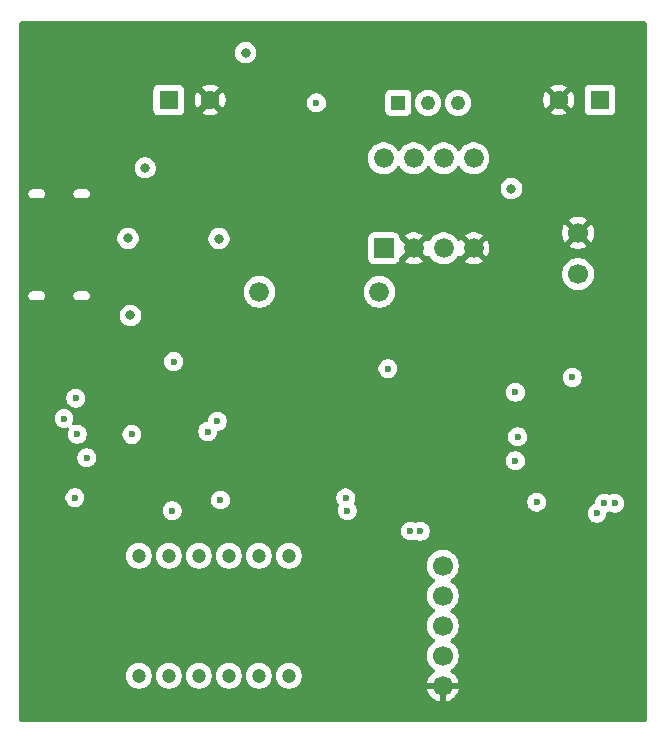
<source format=gbr>
G04 #@! TF.GenerationSoftware,KiCad,Pcbnew,9.0.4*
G04 #@! TF.CreationDate,2025-09-12T18:01:42+08:00*
G04 #@! TF.ProjectId,boost-convertor,626f6f73-742d-4636-9f6e-766572746f72,rev?*
G04 #@! TF.SameCoordinates,Original*
G04 #@! TF.FileFunction,Copper,L2,Inr*
G04 #@! TF.FilePolarity,Positive*
%FSLAX46Y46*%
G04 Gerber Fmt 4.6, Leading zero omitted, Abs format (unit mm)*
G04 Created by KiCad (PCBNEW 9.0.4) date 2025-09-12 18:01:42*
%MOMM*%
%LPD*%
G01*
G04 APERTURE LIST*
G04 #@! TA.AperFunction,ComponentPad*
%ADD10C,1.700000*%
G04 #@! TD*
G04 #@! TA.AperFunction,ComponentPad*
%ADD11C,1.200000*%
G04 #@! TD*
G04 #@! TA.AperFunction,ComponentPad*
%ADD12R,1.676400X1.676400*%
G04 #@! TD*
G04 #@! TA.AperFunction,ComponentPad*
%ADD13C,1.676400*%
G04 #@! TD*
G04 #@! TA.AperFunction,ComponentPad*
%ADD14R,1.600000X1.600000*%
G04 #@! TD*
G04 #@! TA.AperFunction,ComponentPad*
%ADD15C,1.600000*%
G04 #@! TD*
G04 #@! TA.AperFunction,ComponentPad*
%ADD16R,1.218000X1.218000*%
G04 #@! TD*
G04 #@! TA.AperFunction,ComponentPad*
%ADD17C,1.218000*%
G04 #@! TD*
G04 #@! TA.AperFunction,ViaPad*
%ADD18C,0.600000*%
G04 #@! TD*
G04 #@! TA.AperFunction,ViaPad*
%ADD19C,0.800000*%
G04 #@! TD*
G04 APERTURE END LIST*
D10*
X135900000Y-64500000D03*
X135900000Y-68000000D03*
D11*
X111400000Y-102000000D03*
X108860000Y-91840000D03*
X106320000Y-91840000D03*
X98700000Y-91840000D03*
X103780000Y-102000000D03*
X108860000Y-102000000D03*
X103780000Y-91840000D03*
X98700000Y-102000000D03*
X101240000Y-102000000D03*
X106320000Y-102000000D03*
X111400000Y-91840000D03*
X101240000Y-91840000D03*
D12*
X119440000Y-65810000D03*
D13*
X121980000Y-65810000D03*
X124520000Y-65810000D03*
X127060000Y-65810000D03*
X127060000Y-58190000D03*
X124520000Y-58190000D03*
X121980000Y-58190000D03*
X119440000Y-58190000D03*
D14*
X101250000Y-53250000D03*
D15*
X104750000Y-53250000D03*
D10*
X124450000Y-92695000D03*
X124450000Y-95235000D03*
X124450000Y-97775000D03*
X124450000Y-100315000D03*
X124450000Y-102855000D03*
D13*
X108920000Y-69500000D03*
X119080000Y-69500000D03*
D14*
X137750000Y-53250000D03*
D15*
X134250000Y-53250000D03*
D16*
X120670000Y-53500000D03*
D17*
X123210000Y-53500000D03*
X125750000Y-53500000D03*
D18*
X98125000Y-81575000D03*
X93500000Y-81550000D03*
X92375000Y-80225000D03*
X105625000Y-87125000D03*
X104550000Y-81325000D03*
X94300000Y-83550000D03*
X137500000Y-88250000D03*
D19*
X99250000Y-59000000D03*
X130250000Y-60750000D03*
X107750000Y-49250000D03*
D18*
X135400000Y-76750000D03*
X122535598Y-89764402D03*
X119800000Y-76000000D03*
D19*
X98000000Y-71500000D03*
D18*
X101650000Y-75400000D03*
D19*
X130500000Y-74500000D03*
D18*
X135500000Y-79500000D03*
D19*
X96250000Y-57250000D03*
X128750000Y-50750000D03*
D18*
X127250000Y-77500000D03*
D19*
X101250000Y-63500000D03*
D18*
X103525000Y-81950000D03*
X124935598Y-89835598D03*
X139000000Y-79500000D03*
X138250000Y-79250000D03*
X108800000Y-82200000D03*
X124250000Y-77500000D03*
D19*
X96250000Y-73750000D03*
D18*
X130775000Y-81775000D03*
X121710000Y-89750000D03*
X116370000Y-88030000D03*
D19*
X105500000Y-65000000D03*
X97800000Y-64975000D03*
D18*
X113750000Y-53500000D03*
X130600000Y-78000000D03*
X139000000Y-87400000D03*
X130600000Y-83800000D03*
X132400000Y-87300000D03*
X138100000Y-87400000D03*
X105350000Y-80450000D03*
X116225000Y-86950000D03*
X103700000Y-85800000D03*
X101540000Y-88030000D03*
X93370000Y-78500000D03*
X93300000Y-86925000D03*
G04 #@! TA.AperFunction,Conductor*
G36*
X141642539Y-46620185D02*
G01*
X141688294Y-46672989D01*
X141699500Y-46724500D01*
X141699500Y-105775500D01*
X141679815Y-105842539D01*
X141627011Y-105888294D01*
X141575500Y-105899500D01*
X88724500Y-105899500D01*
X88657461Y-105879815D01*
X88611706Y-105827011D01*
X88600500Y-105775500D01*
X88600500Y-101913389D01*
X97599500Y-101913389D01*
X97599500Y-102086611D01*
X97626598Y-102257701D01*
X97680127Y-102422445D01*
X97758768Y-102576788D01*
X97860586Y-102716928D01*
X97983072Y-102839414D01*
X98123212Y-102941232D01*
X98277555Y-103019873D01*
X98442299Y-103073402D01*
X98613389Y-103100500D01*
X98613390Y-103100500D01*
X98786610Y-103100500D01*
X98786611Y-103100500D01*
X98957701Y-103073402D01*
X99122445Y-103019873D01*
X99276788Y-102941232D01*
X99416928Y-102839414D01*
X99539414Y-102716928D01*
X99641232Y-102576788D01*
X99719873Y-102422445D01*
X99773402Y-102257701D01*
X99800500Y-102086611D01*
X99800500Y-101913389D01*
X100139500Y-101913389D01*
X100139500Y-102086611D01*
X100166598Y-102257701D01*
X100220127Y-102422445D01*
X100298768Y-102576788D01*
X100400586Y-102716928D01*
X100523072Y-102839414D01*
X100663212Y-102941232D01*
X100817555Y-103019873D01*
X100982299Y-103073402D01*
X101153389Y-103100500D01*
X101153390Y-103100500D01*
X101326610Y-103100500D01*
X101326611Y-103100500D01*
X101497701Y-103073402D01*
X101662445Y-103019873D01*
X101816788Y-102941232D01*
X101956928Y-102839414D01*
X102079414Y-102716928D01*
X102181232Y-102576788D01*
X102259873Y-102422445D01*
X102313402Y-102257701D01*
X102340500Y-102086611D01*
X102340500Y-101913389D01*
X102679500Y-101913389D01*
X102679500Y-102086611D01*
X102706598Y-102257701D01*
X102760127Y-102422445D01*
X102838768Y-102576788D01*
X102940586Y-102716928D01*
X103063072Y-102839414D01*
X103203212Y-102941232D01*
X103357555Y-103019873D01*
X103522299Y-103073402D01*
X103693389Y-103100500D01*
X103693390Y-103100500D01*
X103866610Y-103100500D01*
X103866611Y-103100500D01*
X104037701Y-103073402D01*
X104202445Y-103019873D01*
X104356788Y-102941232D01*
X104496928Y-102839414D01*
X104619414Y-102716928D01*
X104721232Y-102576788D01*
X104799873Y-102422445D01*
X104853402Y-102257701D01*
X104880500Y-102086611D01*
X104880500Y-101913389D01*
X105219500Y-101913389D01*
X105219500Y-102086611D01*
X105246598Y-102257701D01*
X105300127Y-102422445D01*
X105378768Y-102576788D01*
X105480586Y-102716928D01*
X105603072Y-102839414D01*
X105743212Y-102941232D01*
X105897555Y-103019873D01*
X106062299Y-103073402D01*
X106233389Y-103100500D01*
X106233390Y-103100500D01*
X106406610Y-103100500D01*
X106406611Y-103100500D01*
X106577701Y-103073402D01*
X106742445Y-103019873D01*
X106896788Y-102941232D01*
X107036928Y-102839414D01*
X107159414Y-102716928D01*
X107261232Y-102576788D01*
X107339873Y-102422445D01*
X107393402Y-102257701D01*
X107420500Y-102086611D01*
X107420500Y-101913389D01*
X107759500Y-101913389D01*
X107759500Y-102086611D01*
X107786598Y-102257701D01*
X107840127Y-102422445D01*
X107918768Y-102576788D01*
X108020586Y-102716928D01*
X108143072Y-102839414D01*
X108283212Y-102941232D01*
X108437555Y-103019873D01*
X108602299Y-103073402D01*
X108773389Y-103100500D01*
X108773390Y-103100500D01*
X108946610Y-103100500D01*
X108946611Y-103100500D01*
X109117701Y-103073402D01*
X109282445Y-103019873D01*
X109436788Y-102941232D01*
X109576928Y-102839414D01*
X109699414Y-102716928D01*
X109801232Y-102576788D01*
X109879873Y-102422445D01*
X109933402Y-102257701D01*
X109960500Y-102086611D01*
X109960500Y-101913389D01*
X110299500Y-101913389D01*
X110299500Y-102086611D01*
X110326598Y-102257701D01*
X110380127Y-102422445D01*
X110458768Y-102576788D01*
X110560586Y-102716928D01*
X110683072Y-102839414D01*
X110823212Y-102941232D01*
X110977555Y-103019873D01*
X111142299Y-103073402D01*
X111313389Y-103100500D01*
X111313390Y-103100500D01*
X111486610Y-103100500D01*
X111486611Y-103100500D01*
X111657701Y-103073402D01*
X111822445Y-103019873D01*
X111976788Y-102941232D01*
X112116928Y-102839414D01*
X112239414Y-102716928D01*
X112341232Y-102576788D01*
X112419873Y-102422445D01*
X112473402Y-102257701D01*
X112500500Y-102086611D01*
X112500500Y-101913389D01*
X112473402Y-101742299D01*
X112419873Y-101577555D01*
X112341232Y-101423212D01*
X112239414Y-101283072D01*
X112116928Y-101160586D01*
X111976788Y-101058768D01*
X111822445Y-100980127D01*
X111657701Y-100926598D01*
X111657699Y-100926597D01*
X111657698Y-100926597D01*
X111526271Y-100905781D01*
X111486611Y-100899500D01*
X111313389Y-100899500D01*
X111273728Y-100905781D01*
X111142302Y-100926597D01*
X110977552Y-100980128D01*
X110823211Y-101058768D01*
X110743256Y-101116859D01*
X110683072Y-101160586D01*
X110683070Y-101160588D01*
X110683069Y-101160588D01*
X110560588Y-101283069D01*
X110560588Y-101283070D01*
X110560586Y-101283072D01*
X110516859Y-101343256D01*
X110458768Y-101423211D01*
X110380128Y-101577552D01*
X110326597Y-101742302D01*
X110299500Y-101913389D01*
X109960500Y-101913389D01*
X109933402Y-101742299D01*
X109879873Y-101577555D01*
X109801232Y-101423212D01*
X109699414Y-101283072D01*
X109576928Y-101160586D01*
X109436788Y-101058768D01*
X109282445Y-100980127D01*
X109117701Y-100926598D01*
X109117699Y-100926597D01*
X109117698Y-100926597D01*
X108986271Y-100905781D01*
X108946611Y-100899500D01*
X108773389Y-100899500D01*
X108733728Y-100905781D01*
X108602302Y-100926597D01*
X108437552Y-100980128D01*
X108283211Y-101058768D01*
X108203256Y-101116859D01*
X108143072Y-101160586D01*
X108143070Y-101160588D01*
X108143069Y-101160588D01*
X108020588Y-101283069D01*
X108020588Y-101283070D01*
X108020586Y-101283072D01*
X107976859Y-101343256D01*
X107918768Y-101423211D01*
X107840128Y-101577552D01*
X107786597Y-101742302D01*
X107759500Y-101913389D01*
X107420500Y-101913389D01*
X107393402Y-101742299D01*
X107339873Y-101577555D01*
X107261232Y-101423212D01*
X107159414Y-101283072D01*
X107036928Y-101160586D01*
X106896788Y-101058768D01*
X106742445Y-100980127D01*
X106577701Y-100926598D01*
X106577699Y-100926597D01*
X106577698Y-100926597D01*
X106446271Y-100905781D01*
X106406611Y-100899500D01*
X106233389Y-100899500D01*
X106193728Y-100905781D01*
X106062302Y-100926597D01*
X105897552Y-100980128D01*
X105743211Y-101058768D01*
X105663256Y-101116859D01*
X105603072Y-101160586D01*
X105603070Y-101160588D01*
X105603069Y-101160588D01*
X105480588Y-101283069D01*
X105480588Y-101283070D01*
X105480586Y-101283072D01*
X105436859Y-101343256D01*
X105378768Y-101423211D01*
X105300128Y-101577552D01*
X105246597Y-101742302D01*
X105219500Y-101913389D01*
X104880500Y-101913389D01*
X104853402Y-101742299D01*
X104799873Y-101577555D01*
X104721232Y-101423212D01*
X104619414Y-101283072D01*
X104496928Y-101160586D01*
X104356788Y-101058768D01*
X104202445Y-100980127D01*
X104037701Y-100926598D01*
X104037699Y-100926597D01*
X104037698Y-100926597D01*
X103906271Y-100905781D01*
X103866611Y-100899500D01*
X103693389Y-100899500D01*
X103653728Y-100905781D01*
X103522302Y-100926597D01*
X103357552Y-100980128D01*
X103203211Y-101058768D01*
X103123256Y-101116859D01*
X103063072Y-101160586D01*
X103063070Y-101160588D01*
X103063069Y-101160588D01*
X102940588Y-101283069D01*
X102940588Y-101283070D01*
X102940586Y-101283072D01*
X102896859Y-101343256D01*
X102838768Y-101423211D01*
X102760128Y-101577552D01*
X102706597Y-101742302D01*
X102679500Y-101913389D01*
X102340500Y-101913389D01*
X102313402Y-101742299D01*
X102259873Y-101577555D01*
X102181232Y-101423212D01*
X102079414Y-101283072D01*
X101956928Y-101160586D01*
X101816788Y-101058768D01*
X101662445Y-100980127D01*
X101497701Y-100926598D01*
X101497699Y-100926597D01*
X101497698Y-100926597D01*
X101366271Y-100905781D01*
X101326611Y-100899500D01*
X101153389Y-100899500D01*
X101113728Y-100905781D01*
X100982302Y-100926597D01*
X100817552Y-100980128D01*
X100663211Y-101058768D01*
X100583256Y-101116859D01*
X100523072Y-101160586D01*
X100523070Y-101160588D01*
X100523069Y-101160588D01*
X100400588Y-101283069D01*
X100400588Y-101283070D01*
X100400586Y-101283072D01*
X100356859Y-101343256D01*
X100298768Y-101423211D01*
X100220128Y-101577552D01*
X100166597Y-101742302D01*
X100139500Y-101913389D01*
X99800500Y-101913389D01*
X99773402Y-101742299D01*
X99719873Y-101577555D01*
X99641232Y-101423212D01*
X99539414Y-101283072D01*
X99416928Y-101160586D01*
X99276788Y-101058768D01*
X99122445Y-100980127D01*
X98957701Y-100926598D01*
X98957699Y-100926597D01*
X98957698Y-100926597D01*
X98826271Y-100905781D01*
X98786611Y-100899500D01*
X98613389Y-100899500D01*
X98573728Y-100905781D01*
X98442302Y-100926597D01*
X98277552Y-100980128D01*
X98123211Y-101058768D01*
X98043256Y-101116859D01*
X97983072Y-101160586D01*
X97983070Y-101160588D01*
X97983069Y-101160588D01*
X97860588Y-101283069D01*
X97860588Y-101283070D01*
X97860586Y-101283072D01*
X97816859Y-101343256D01*
X97758768Y-101423211D01*
X97680128Y-101577552D01*
X97626597Y-101742302D01*
X97599500Y-101913389D01*
X88600500Y-101913389D01*
X88600500Y-91753389D01*
X97599500Y-91753389D01*
X97599500Y-91926611D01*
X97626598Y-92097701D01*
X97680127Y-92262445D01*
X97758768Y-92416788D01*
X97860586Y-92556928D01*
X97983072Y-92679414D01*
X98123212Y-92781232D01*
X98277555Y-92859873D01*
X98442299Y-92913402D01*
X98613389Y-92940500D01*
X98613390Y-92940500D01*
X98786610Y-92940500D01*
X98786611Y-92940500D01*
X98957701Y-92913402D01*
X99122445Y-92859873D01*
X99276788Y-92781232D01*
X99416928Y-92679414D01*
X99539414Y-92556928D01*
X99641232Y-92416788D01*
X99719873Y-92262445D01*
X99773402Y-92097701D01*
X99800500Y-91926611D01*
X99800500Y-91753389D01*
X100139500Y-91753389D01*
X100139500Y-91926611D01*
X100166598Y-92097701D01*
X100220127Y-92262445D01*
X100298768Y-92416788D01*
X100400586Y-92556928D01*
X100523072Y-92679414D01*
X100663212Y-92781232D01*
X100817555Y-92859873D01*
X100982299Y-92913402D01*
X101153389Y-92940500D01*
X101153390Y-92940500D01*
X101326610Y-92940500D01*
X101326611Y-92940500D01*
X101497701Y-92913402D01*
X101662445Y-92859873D01*
X101816788Y-92781232D01*
X101956928Y-92679414D01*
X102079414Y-92556928D01*
X102181232Y-92416788D01*
X102259873Y-92262445D01*
X102313402Y-92097701D01*
X102340500Y-91926611D01*
X102340500Y-91753389D01*
X102679500Y-91753389D01*
X102679500Y-91926611D01*
X102706598Y-92097701D01*
X102760127Y-92262445D01*
X102838768Y-92416788D01*
X102940586Y-92556928D01*
X103063072Y-92679414D01*
X103203212Y-92781232D01*
X103357555Y-92859873D01*
X103522299Y-92913402D01*
X103693389Y-92940500D01*
X103693390Y-92940500D01*
X103866610Y-92940500D01*
X103866611Y-92940500D01*
X104037701Y-92913402D01*
X104202445Y-92859873D01*
X104356788Y-92781232D01*
X104496928Y-92679414D01*
X104619414Y-92556928D01*
X104721232Y-92416788D01*
X104799873Y-92262445D01*
X104853402Y-92097701D01*
X104880500Y-91926611D01*
X104880500Y-91753389D01*
X105219500Y-91753389D01*
X105219500Y-91926611D01*
X105246598Y-92097701D01*
X105300127Y-92262445D01*
X105378768Y-92416788D01*
X105480586Y-92556928D01*
X105603072Y-92679414D01*
X105743212Y-92781232D01*
X105897555Y-92859873D01*
X106062299Y-92913402D01*
X106233389Y-92940500D01*
X106233390Y-92940500D01*
X106406610Y-92940500D01*
X106406611Y-92940500D01*
X106577701Y-92913402D01*
X106742445Y-92859873D01*
X106896788Y-92781232D01*
X107036928Y-92679414D01*
X107159414Y-92556928D01*
X107261232Y-92416788D01*
X107339873Y-92262445D01*
X107393402Y-92097701D01*
X107420500Y-91926611D01*
X107420500Y-91753389D01*
X107759500Y-91753389D01*
X107759500Y-91926611D01*
X107786598Y-92097701D01*
X107840127Y-92262445D01*
X107918768Y-92416788D01*
X108020586Y-92556928D01*
X108143072Y-92679414D01*
X108283212Y-92781232D01*
X108437555Y-92859873D01*
X108602299Y-92913402D01*
X108773389Y-92940500D01*
X108773390Y-92940500D01*
X108946610Y-92940500D01*
X108946611Y-92940500D01*
X109117701Y-92913402D01*
X109282445Y-92859873D01*
X109436788Y-92781232D01*
X109576928Y-92679414D01*
X109699414Y-92556928D01*
X109801232Y-92416788D01*
X109879873Y-92262445D01*
X109933402Y-92097701D01*
X109960500Y-91926611D01*
X109960500Y-91753389D01*
X110299500Y-91753389D01*
X110299500Y-91926611D01*
X110326598Y-92097701D01*
X110380127Y-92262445D01*
X110458768Y-92416788D01*
X110560586Y-92556928D01*
X110683072Y-92679414D01*
X110823212Y-92781232D01*
X110977555Y-92859873D01*
X111142299Y-92913402D01*
X111313389Y-92940500D01*
X111313390Y-92940500D01*
X111486610Y-92940500D01*
X111486611Y-92940500D01*
X111657701Y-92913402D01*
X111822445Y-92859873D01*
X111976788Y-92781232D01*
X112116928Y-92679414D01*
X112207629Y-92588713D01*
X123099500Y-92588713D01*
X123099500Y-92801286D01*
X123132753Y-93011239D01*
X123198444Y-93213414D01*
X123294951Y-93402820D01*
X123419890Y-93574786D01*
X123570213Y-93725109D01*
X123742182Y-93850050D01*
X123750946Y-93854516D01*
X123801742Y-93902491D01*
X123818536Y-93970312D01*
X123795998Y-94036447D01*
X123750946Y-94075484D01*
X123742182Y-94079949D01*
X123570213Y-94204890D01*
X123419890Y-94355213D01*
X123294951Y-94527179D01*
X123198444Y-94716585D01*
X123132753Y-94918760D01*
X123099500Y-95128713D01*
X123099500Y-95341286D01*
X123132753Y-95551239D01*
X123198444Y-95753414D01*
X123294951Y-95942820D01*
X123419890Y-96114786D01*
X123570213Y-96265109D01*
X123742182Y-96390050D01*
X123750946Y-96394516D01*
X123801742Y-96442491D01*
X123818536Y-96510312D01*
X123795998Y-96576447D01*
X123750946Y-96615484D01*
X123742182Y-96619949D01*
X123570213Y-96744890D01*
X123419890Y-96895213D01*
X123294951Y-97067179D01*
X123198444Y-97256585D01*
X123132753Y-97458760D01*
X123099500Y-97668713D01*
X123099500Y-97881286D01*
X123132753Y-98091239D01*
X123198444Y-98293414D01*
X123294951Y-98482820D01*
X123419890Y-98654786D01*
X123570213Y-98805109D01*
X123742182Y-98930050D01*
X123750946Y-98934516D01*
X123801742Y-98982491D01*
X123818536Y-99050312D01*
X123795998Y-99116447D01*
X123750946Y-99155484D01*
X123742182Y-99159949D01*
X123570213Y-99284890D01*
X123419890Y-99435213D01*
X123294951Y-99607179D01*
X123198444Y-99796585D01*
X123132753Y-99998760D01*
X123099500Y-100208713D01*
X123099500Y-100421286D01*
X123132753Y-100631239D01*
X123198444Y-100833414D01*
X123294951Y-101022820D01*
X123419890Y-101194786D01*
X123570213Y-101345109D01*
X123742179Y-101470048D01*
X123742181Y-101470049D01*
X123742184Y-101470051D01*
X123751493Y-101474794D01*
X123802290Y-101522766D01*
X123819087Y-101590587D01*
X123796552Y-101656722D01*
X123751502Y-101695762D01*
X123742443Y-101700378D01*
X123570540Y-101825272D01*
X123570535Y-101825276D01*
X123420276Y-101975535D01*
X123420272Y-101975540D01*
X123295379Y-102147442D01*
X123198904Y-102336782D01*
X123133242Y-102538870D01*
X123133242Y-102538873D01*
X123122769Y-102605000D01*
X123959252Y-102605000D01*
X123937482Y-102642708D01*
X123900000Y-102782591D01*
X123900000Y-102927409D01*
X123937482Y-103067292D01*
X123959252Y-103105000D01*
X123122769Y-103105000D01*
X123133242Y-103171126D01*
X123133242Y-103171129D01*
X123198904Y-103373217D01*
X123295379Y-103562557D01*
X123420272Y-103734459D01*
X123420276Y-103734464D01*
X123570535Y-103884723D01*
X123570540Y-103884727D01*
X123742442Y-104009620D01*
X123931782Y-104106095D01*
X124133871Y-104171757D01*
X124200000Y-104182231D01*
X124200000Y-103345747D01*
X124237708Y-103367518D01*
X124377591Y-103405000D01*
X124522409Y-103405000D01*
X124662292Y-103367518D01*
X124700000Y-103345747D01*
X124700000Y-104182230D01*
X124766126Y-104171757D01*
X124766129Y-104171757D01*
X124968217Y-104106095D01*
X125157557Y-104009620D01*
X125329459Y-103884727D01*
X125329464Y-103884723D01*
X125479723Y-103734464D01*
X125479727Y-103734459D01*
X125604620Y-103562557D01*
X125701095Y-103373217D01*
X125766757Y-103171129D01*
X125766757Y-103171126D01*
X125777231Y-103105000D01*
X124940748Y-103105000D01*
X124962518Y-103067292D01*
X125000000Y-102927409D01*
X125000000Y-102782591D01*
X124962518Y-102642708D01*
X124940748Y-102605000D01*
X125777231Y-102605000D01*
X125766757Y-102538873D01*
X125766757Y-102538870D01*
X125701095Y-102336782D01*
X125604620Y-102147442D01*
X125479727Y-101975540D01*
X125479723Y-101975535D01*
X125329464Y-101825276D01*
X125329459Y-101825272D01*
X125157555Y-101700377D01*
X125148500Y-101695763D01*
X125097706Y-101647788D01*
X125080912Y-101579966D01*
X125103451Y-101513832D01*
X125148508Y-101474793D01*
X125157816Y-101470051D01*
X125237007Y-101412515D01*
X125329786Y-101345109D01*
X125329788Y-101345106D01*
X125329792Y-101345104D01*
X125480104Y-101194792D01*
X125480106Y-101194788D01*
X125480109Y-101194786D01*
X125605048Y-101022820D01*
X125605047Y-101022820D01*
X125605051Y-101022816D01*
X125701557Y-100833412D01*
X125767246Y-100631243D01*
X125800500Y-100421287D01*
X125800500Y-100208713D01*
X125767246Y-99998757D01*
X125701557Y-99796588D01*
X125605051Y-99607184D01*
X125605049Y-99607181D01*
X125605048Y-99607179D01*
X125480109Y-99435213D01*
X125329786Y-99284890D01*
X125157820Y-99159951D01*
X125157115Y-99159591D01*
X125149054Y-99155485D01*
X125098259Y-99107512D01*
X125081463Y-99039692D01*
X125103999Y-98973556D01*
X125149054Y-98934515D01*
X125157816Y-98930051D01*
X125179789Y-98914086D01*
X125329786Y-98805109D01*
X125329788Y-98805106D01*
X125329792Y-98805104D01*
X125480104Y-98654792D01*
X125480106Y-98654788D01*
X125480109Y-98654786D01*
X125605048Y-98482820D01*
X125605047Y-98482820D01*
X125605051Y-98482816D01*
X125701557Y-98293412D01*
X125767246Y-98091243D01*
X125800500Y-97881287D01*
X125800500Y-97668713D01*
X125767246Y-97458757D01*
X125701557Y-97256588D01*
X125605051Y-97067184D01*
X125605049Y-97067181D01*
X125605048Y-97067179D01*
X125480109Y-96895213D01*
X125329786Y-96744890D01*
X125157820Y-96619951D01*
X125157115Y-96619591D01*
X125149054Y-96615485D01*
X125098259Y-96567512D01*
X125081463Y-96499692D01*
X125103999Y-96433556D01*
X125149054Y-96394515D01*
X125157816Y-96390051D01*
X125179789Y-96374086D01*
X125329786Y-96265109D01*
X125329788Y-96265106D01*
X125329792Y-96265104D01*
X125480104Y-96114792D01*
X125480106Y-96114788D01*
X125480109Y-96114786D01*
X125605048Y-95942820D01*
X125605047Y-95942820D01*
X125605051Y-95942816D01*
X125701557Y-95753412D01*
X125767246Y-95551243D01*
X125800500Y-95341287D01*
X125800500Y-95128713D01*
X125767246Y-94918757D01*
X125701557Y-94716588D01*
X125605051Y-94527184D01*
X125605049Y-94527181D01*
X125605048Y-94527179D01*
X125480109Y-94355213D01*
X125329786Y-94204890D01*
X125157820Y-94079951D01*
X125157115Y-94079591D01*
X125149054Y-94075485D01*
X125098259Y-94027512D01*
X125081463Y-93959692D01*
X125103999Y-93893556D01*
X125149054Y-93854515D01*
X125157816Y-93850051D01*
X125179789Y-93834086D01*
X125329786Y-93725109D01*
X125329788Y-93725106D01*
X125329792Y-93725104D01*
X125480104Y-93574792D01*
X125480106Y-93574788D01*
X125480109Y-93574786D01*
X125605048Y-93402820D01*
X125605047Y-93402820D01*
X125605051Y-93402816D01*
X125701557Y-93213412D01*
X125767246Y-93011243D01*
X125800500Y-92801287D01*
X125800500Y-92588713D01*
X125767246Y-92378757D01*
X125701557Y-92176588D01*
X125605051Y-91987184D01*
X125605049Y-91987181D01*
X125605048Y-91987179D01*
X125480109Y-91815213D01*
X125329786Y-91664890D01*
X125157820Y-91539951D01*
X124968414Y-91443444D01*
X124968413Y-91443443D01*
X124968412Y-91443443D01*
X124766243Y-91377754D01*
X124766241Y-91377753D01*
X124766240Y-91377753D01*
X124604957Y-91352208D01*
X124556287Y-91344500D01*
X124343713Y-91344500D01*
X124295042Y-91352208D01*
X124133760Y-91377753D01*
X123931585Y-91443444D01*
X123742179Y-91539951D01*
X123570213Y-91664890D01*
X123419890Y-91815213D01*
X123294951Y-91987179D01*
X123198444Y-92176585D01*
X123132753Y-92378760D01*
X123099500Y-92588713D01*
X112207629Y-92588713D01*
X112239414Y-92556928D01*
X112341232Y-92416788D01*
X112419873Y-92262445D01*
X112473402Y-92097701D01*
X112500500Y-91926611D01*
X112500500Y-91753389D01*
X112473402Y-91582299D01*
X112419873Y-91417555D01*
X112341232Y-91263212D01*
X112239414Y-91123072D01*
X112116928Y-91000586D01*
X111976788Y-90898768D01*
X111822445Y-90820127D01*
X111657701Y-90766598D01*
X111657699Y-90766597D01*
X111657698Y-90766597D01*
X111526271Y-90745781D01*
X111486611Y-90739500D01*
X111313389Y-90739500D01*
X111273728Y-90745781D01*
X111142302Y-90766597D01*
X110977552Y-90820128D01*
X110823211Y-90898768D01*
X110743256Y-90956859D01*
X110683072Y-91000586D01*
X110683070Y-91000588D01*
X110683069Y-91000588D01*
X110560588Y-91123069D01*
X110560588Y-91123070D01*
X110560586Y-91123072D01*
X110516859Y-91183256D01*
X110458768Y-91263211D01*
X110380128Y-91417552D01*
X110326597Y-91582302D01*
X110313517Y-91664890D01*
X110299500Y-91753389D01*
X109960500Y-91753389D01*
X109933402Y-91582299D01*
X109879873Y-91417555D01*
X109801232Y-91263212D01*
X109699414Y-91123072D01*
X109576928Y-91000586D01*
X109436788Y-90898768D01*
X109282445Y-90820127D01*
X109117701Y-90766598D01*
X109117699Y-90766597D01*
X109117698Y-90766597D01*
X108986271Y-90745781D01*
X108946611Y-90739500D01*
X108773389Y-90739500D01*
X108733728Y-90745781D01*
X108602302Y-90766597D01*
X108437552Y-90820128D01*
X108283211Y-90898768D01*
X108203256Y-90956859D01*
X108143072Y-91000586D01*
X108143070Y-91000588D01*
X108143069Y-91000588D01*
X108020588Y-91123069D01*
X108020588Y-91123070D01*
X108020586Y-91123072D01*
X107976859Y-91183256D01*
X107918768Y-91263211D01*
X107840128Y-91417552D01*
X107786597Y-91582302D01*
X107773517Y-91664890D01*
X107759500Y-91753389D01*
X107420500Y-91753389D01*
X107393402Y-91582299D01*
X107339873Y-91417555D01*
X107261232Y-91263212D01*
X107159414Y-91123072D01*
X107036928Y-91000586D01*
X106896788Y-90898768D01*
X106742445Y-90820127D01*
X106577701Y-90766598D01*
X106577699Y-90766597D01*
X106577698Y-90766597D01*
X106446271Y-90745781D01*
X106406611Y-90739500D01*
X106233389Y-90739500D01*
X106193728Y-90745781D01*
X106062302Y-90766597D01*
X105897552Y-90820128D01*
X105743211Y-90898768D01*
X105663256Y-90956859D01*
X105603072Y-91000586D01*
X105603070Y-91000588D01*
X105603069Y-91000588D01*
X105480588Y-91123069D01*
X105480588Y-91123070D01*
X105480586Y-91123072D01*
X105436859Y-91183256D01*
X105378768Y-91263211D01*
X105300128Y-91417552D01*
X105246597Y-91582302D01*
X105233517Y-91664890D01*
X105219500Y-91753389D01*
X104880500Y-91753389D01*
X104853402Y-91582299D01*
X104799873Y-91417555D01*
X104721232Y-91263212D01*
X104619414Y-91123072D01*
X104496928Y-91000586D01*
X104356788Y-90898768D01*
X104202445Y-90820127D01*
X104037701Y-90766598D01*
X104037699Y-90766597D01*
X104037698Y-90766597D01*
X103906271Y-90745781D01*
X103866611Y-90739500D01*
X103693389Y-90739500D01*
X103653728Y-90745781D01*
X103522302Y-90766597D01*
X103357552Y-90820128D01*
X103203211Y-90898768D01*
X103123256Y-90956859D01*
X103063072Y-91000586D01*
X103063070Y-91000588D01*
X103063069Y-91000588D01*
X102940588Y-91123069D01*
X102940588Y-91123070D01*
X102940586Y-91123072D01*
X102896859Y-91183256D01*
X102838768Y-91263211D01*
X102760128Y-91417552D01*
X102706597Y-91582302D01*
X102693517Y-91664890D01*
X102679500Y-91753389D01*
X102340500Y-91753389D01*
X102313402Y-91582299D01*
X102259873Y-91417555D01*
X102181232Y-91263212D01*
X102079414Y-91123072D01*
X101956928Y-91000586D01*
X101816788Y-90898768D01*
X101662445Y-90820127D01*
X101497701Y-90766598D01*
X101497699Y-90766597D01*
X101497698Y-90766597D01*
X101366271Y-90745781D01*
X101326611Y-90739500D01*
X101153389Y-90739500D01*
X101113728Y-90745781D01*
X100982302Y-90766597D01*
X100817552Y-90820128D01*
X100663211Y-90898768D01*
X100583256Y-90956859D01*
X100523072Y-91000586D01*
X100523070Y-91000588D01*
X100523069Y-91000588D01*
X100400588Y-91123069D01*
X100400588Y-91123070D01*
X100400586Y-91123072D01*
X100356859Y-91183256D01*
X100298768Y-91263211D01*
X100220128Y-91417552D01*
X100166597Y-91582302D01*
X100153517Y-91664890D01*
X100139500Y-91753389D01*
X99800500Y-91753389D01*
X99773402Y-91582299D01*
X99719873Y-91417555D01*
X99641232Y-91263212D01*
X99539414Y-91123072D01*
X99416928Y-91000586D01*
X99276788Y-90898768D01*
X99122445Y-90820127D01*
X98957701Y-90766598D01*
X98957699Y-90766597D01*
X98957698Y-90766597D01*
X98826271Y-90745781D01*
X98786611Y-90739500D01*
X98613389Y-90739500D01*
X98573728Y-90745781D01*
X98442302Y-90766597D01*
X98277552Y-90820128D01*
X98123211Y-90898768D01*
X98043256Y-90956859D01*
X97983072Y-91000586D01*
X97983070Y-91000588D01*
X97983069Y-91000588D01*
X97860588Y-91123069D01*
X97860588Y-91123070D01*
X97860586Y-91123072D01*
X97816859Y-91183256D01*
X97758768Y-91263211D01*
X97680128Y-91417552D01*
X97626597Y-91582302D01*
X97613517Y-91664890D01*
X97599500Y-91753389D01*
X88600500Y-91753389D01*
X88600500Y-89671153D01*
X120909500Y-89671153D01*
X120909500Y-89828846D01*
X120940261Y-89983489D01*
X120940264Y-89983501D01*
X121000602Y-90129172D01*
X121000609Y-90129185D01*
X121088210Y-90260288D01*
X121088213Y-90260292D01*
X121199707Y-90371786D01*
X121199711Y-90371789D01*
X121330814Y-90459390D01*
X121330827Y-90459397D01*
X121476498Y-90519735D01*
X121476503Y-90519737D01*
X121631153Y-90550499D01*
X121631156Y-90550500D01*
X121631158Y-90550500D01*
X121788844Y-90550500D01*
X121788845Y-90550499D01*
X121943497Y-90519737D01*
X122057964Y-90472323D01*
X122127429Y-90464855D01*
X122152866Y-90472324D01*
X122156417Y-90473795D01*
X122156419Y-90473796D01*
X122302101Y-90534139D01*
X122456751Y-90564901D01*
X122456754Y-90564902D01*
X122456756Y-90564902D01*
X122614442Y-90564902D01*
X122614443Y-90564901D01*
X122769095Y-90534139D01*
X122914777Y-90473796D01*
X123045887Y-90386191D01*
X123157387Y-90274691D01*
X123244992Y-90143581D01*
X123250958Y-90129179D01*
X123305333Y-89997903D01*
X123305335Y-89997899D01*
X123336098Y-89843244D01*
X123336098Y-89685560D01*
X123336098Y-89685557D01*
X123336097Y-89685555D01*
X123305336Y-89530912D01*
X123305335Y-89530905D01*
X123305333Y-89530900D01*
X123244995Y-89385229D01*
X123244988Y-89385216D01*
X123157387Y-89254113D01*
X123157384Y-89254109D01*
X123045890Y-89142615D01*
X123045886Y-89142612D01*
X122914783Y-89055011D01*
X122914770Y-89055004D01*
X122769099Y-88994666D01*
X122769087Y-88994663D01*
X122614443Y-88963902D01*
X122614440Y-88963902D01*
X122456756Y-88963902D01*
X122456753Y-88963902D01*
X122302108Y-88994663D01*
X122302096Y-88994666D01*
X122187635Y-89042077D01*
X122118165Y-89049546D01*
X122092731Y-89042077D01*
X121943501Y-88980264D01*
X121943489Y-88980261D01*
X121788845Y-88949500D01*
X121788842Y-88949500D01*
X121631158Y-88949500D01*
X121631155Y-88949500D01*
X121476510Y-88980261D01*
X121476498Y-88980264D01*
X121330827Y-89040602D01*
X121330814Y-89040609D01*
X121199711Y-89128210D01*
X121199707Y-89128213D01*
X121088213Y-89239707D01*
X121088210Y-89239711D01*
X121000609Y-89370814D01*
X121000602Y-89370827D01*
X120940264Y-89516498D01*
X120940261Y-89516510D01*
X120909500Y-89671153D01*
X88600500Y-89671153D01*
X88600500Y-87951153D01*
X100739500Y-87951153D01*
X100739500Y-88108846D01*
X100770261Y-88263489D01*
X100770264Y-88263501D01*
X100830602Y-88409172D01*
X100830609Y-88409185D01*
X100918210Y-88540288D01*
X100918213Y-88540292D01*
X101029707Y-88651786D01*
X101029711Y-88651789D01*
X101160814Y-88739390D01*
X101160827Y-88739397D01*
X101306498Y-88799735D01*
X101306503Y-88799737D01*
X101461153Y-88830499D01*
X101461156Y-88830500D01*
X101461158Y-88830500D01*
X101618844Y-88830500D01*
X101618845Y-88830499D01*
X101773497Y-88799737D01*
X101919179Y-88739394D01*
X102050289Y-88651789D01*
X102161789Y-88540289D01*
X102249394Y-88409179D01*
X102309737Y-88263497D01*
X102340500Y-88108842D01*
X102340500Y-87951158D01*
X102340500Y-87951155D01*
X102340499Y-87951153D01*
X102334658Y-87921789D01*
X102309737Y-87796503D01*
X102280327Y-87725500D01*
X102249397Y-87650827D01*
X102249390Y-87650814D01*
X102161789Y-87519711D01*
X102161786Y-87519707D01*
X102050292Y-87408213D01*
X102050288Y-87408210D01*
X101919185Y-87320609D01*
X101919172Y-87320602D01*
X101773501Y-87260264D01*
X101773489Y-87260261D01*
X101618845Y-87229500D01*
X101618842Y-87229500D01*
X101461158Y-87229500D01*
X101461155Y-87229500D01*
X101306510Y-87260261D01*
X101306498Y-87260264D01*
X101160827Y-87320602D01*
X101160814Y-87320609D01*
X101029711Y-87408210D01*
X101029707Y-87408213D01*
X100918213Y-87519707D01*
X100918210Y-87519711D01*
X100830609Y-87650814D01*
X100830602Y-87650827D01*
X100770264Y-87796498D01*
X100770261Y-87796510D01*
X100739500Y-87951153D01*
X88600500Y-87951153D01*
X88600500Y-86846153D01*
X92499500Y-86846153D01*
X92499500Y-87003846D01*
X92530261Y-87158489D01*
X92530264Y-87158501D01*
X92590602Y-87304172D01*
X92590609Y-87304185D01*
X92678210Y-87435288D01*
X92678213Y-87435292D01*
X92789707Y-87546786D01*
X92789711Y-87546789D01*
X92920814Y-87634390D01*
X92920827Y-87634397D01*
X93066498Y-87694735D01*
X93066503Y-87694737D01*
X93221153Y-87725499D01*
X93221156Y-87725500D01*
X93221158Y-87725500D01*
X93378844Y-87725500D01*
X93378845Y-87725499D01*
X93533497Y-87694737D01*
X93646166Y-87648067D01*
X93679172Y-87634397D01*
X93679172Y-87634396D01*
X93679179Y-87634394D01*
X93810289Y-87546789D01*
X93921789Y-87435289D01*
X94009394Y-87304179D01*
X94069737Y-87158497D01*
X94084715Y-87083194D01*
X94092084Y-87046153D01*
X104824500Y-87046153D01*
X104824500Y-87203846D01*
X104855261Y-87358489D01*
X104855264Y-87358501D01*
X104915602Y-87504172D01*
X104915609Y-87504185D01*
X105003210Y-87635288D01*
X105003213Y-87635292D01*
X105114707Y-87746786D01*
X105114711Y-87746789D01*
X105245814Y-87834390D01*
X105245827Y-87834397D01*
X105391498Y-87894735D01*
X105391503Y-87894737D01*
X105527487Y-87921786D01*
X105546153Y-87925499D01*
X105546156Y-87925500D01*
X105546158Y-87925500D01*
X105703844Y-87925500D01*
X105703845Y-87925499D01*
X105858497Y-87894737D01*
X106004179Y-87834394D01*
X106135289Y-87746789D01*
X106246789Y-87635289D01*
X106334394Y-87504179D01*
X106394737Y-87358497D01*
X106425500Y-87203842D01*
X106425500Y-87046158D01*
X106425500Y-87046155D01*
X106425499Y-87046153D01*
X106394739Y-86891512D01*
X106394738Y-86891509D01*
X106394737Y-86891503D01*
X106386308Y-86871153D01*
X115424500Y-86871153D01*
X115424500Y-87028846D01*
X115455261Y-87183489D01*
X115455264Y-87183501D01*
X115515602Y-87329172D01*
X115515609Y-87329185D01*
X115603210Y-87460288D01*
X115603213Y-87460292D01*
X115641974Y-87499053D01*
X115675459Y-87560376D01*
X115670475Y-87630068D01*
X115662812Y-87645090D01*
X115663479Y-87645447D01*
X115660602Y-87650828D01*
X115600264Y-87796498D01*
X115600261Y-87796510D01*
X115569500Y-87951153D01*
X115569500Y-88108846D01*
X115600261Y-88263489D01*
X115600264Y-88263501D01*
X115660602Y-88409172D01*
X115660609Y-88409185D01*
X115748210Y-88540288D01*
X115748213Y-88540292D01*
X115859707Y-88651786D01*
X115859711Y-88651789D01*
X115990814Y-88739390D01*
X115990827Y-88739397D01*
X116136498Y-88799735D01*
X116136503Y-88799737D01*
X116291153Y-88830499D01*
X116291156Y-88830500D01*
X116291158Y-88830500D01*
X116448844Y-88830500D01*
X116448845Y-88830499D01*
X116603497Y-88799737D01*
X116749179Y-88739394D01*
X116880289Y-88651789D01*
X116991789Y-88540289D01*
X117079394Y-88409179D01*
X117139737Y-88263497D01*
X117158105Y-88171153D01*
X136699500Y-88171153D01*
X136699500Y-88328846D01*
X136730261Y-88483489D01*
X136730264Y-88483501D01*
X136790602Y-88629172D01*
X136790609Y-88629185D01*
X136878210Y-88760288D01*
X136878213Y-88760292D01*
X136989707Y-88871786D01*
X136989711Y-88871789D01*
X137120814Y-88959390D01*
X137120827Y-88959397D01*
X137266498Y-89019735D01*
X137266503Y-89019737D01*
X137416362Y-89049546D01*
X137421153Y-89050499D01*
X137421156Y-89050500D01*
X137421158Y-89050500D01*
X137578844Y-89050500D01*
X137578845Y-89050499D01*
X137733497Y-89019737D01*
X137879179Y-88959394D01*
X138010289Y-88871789D01*
X138121789Y-88760289D01*
X138209394Y-88629179D01*
X138269737Y-88483497D01*
X138300500Y-88328842D01*
X138300500Y-88266259D01*
X138305779Y-88248278D01*
X138306061Y-88229543D01*
X138315418Y-88215451D01*
X138320185Y-88199220D01*
X138334345Y-88186949D01*
X138344713Y-88171338D01*
X138370293Y-88155800D01*
X138372989Y-88153465D01*
X138374687Y-88152704D01*
X138375845Y-88152195D01*
X138479179Y-88109394D01*
X138490190Y-88102036D01*
X138500187Y-88097651D01*
X138524446Y-88094534D01*
X138547786Y-88087226D01*
X138558483Y-88090160D01*
X138569487Y-88088747D01*
X138591579Y-88099239D01*
X138615166Y-88105710D01*
X138618850Y-88108077D01*
X138620821Y-88109394D01*
X138620824Y-88109395D01*
X138620827Y-88109397D01*
X138766498Y-88169735D01*
X138766503Y-88169737D01*
X138914723Y-88199220D01*
X138921153Y-88200499D01*
X138921156Y-88200500D01*
X138921158Y-88200500D01*
X139078844Y-88200500D01*
X139078845Y-88200499D01*
X139233497Y-88169737D01*
X139379179Y-88109394D01*
X139510289Y-88021789D01*
X139621789Y-87910289D01*
X139709394Y-87779179D01*
X139769737Y-87633497D01*
X139800500Y-87478842D01*
X139800500Y-87321158D01*
X139800500Y-87321155D01*
X139800499Y-87321153D01*
X139782268Y-87229500D01*
X139769737Y-87166503D01*
X139769735Y-87166498D01*
X139709397Y-87020827D01*
X139709390Y-87020814D01*
X139621789Y-86889711D01*
X139621786Y-86889707D01*
X139510292Y-86778213D01*
X139510288Y-86778210D01*
X139379185Y-86690609D01*
X139379172Y-86690602D01*
X139233501Y-86630264D01*
X139233489Y-86630261D01*
X139078845Y-86599500D01*
X139078842Y-86599500D01*
X138921158Y-86599500D01*
X138921155Y-86599500D01*
X138766510Y-86630261D01*
X138766498Y-86630264D01*
X138620822Y-86690604D01*
X138620820Y-86690605D01*
X138618885Y-86691899D01*
X138617717Y-86692264D01*
X138615451Y-86693476D01*
X138615221Y-86693045D01*
X138552206Y-86712773D01*
X138484827Y-86694285D01*
X138481115Y-86691899D01*
X138479179Y-86690605D01*
X138479177Y-86690604D01*
X138333501Y-86630264D01*
X138333489Y-86630261D01*
X138178845Y-86599500D01*
X138178842Y-86599500D01*
X138021158Y-86599500D01*
X138021155Y-86599500D01*
X137866510Y-86630261D01*
X137866498Y-86630264D01*
X137720827Y-86690602D01*
X137720814Y-86690609D01*
X137589711Y-86778210D01*
X137589707Y-86778213D01*
X137478213Y-86889707D01*
X137478210Y-86889711D01*
X137390609Y-87020814D01*
X137390602Y-87020827D01*
X137330264Y-87166498D01*
X137330261Y-87166510D01*
X137299500Y-87321153D01*
X137299500Y-87383740D01*
X137279815Y-87450779D01*
X137227011Y-87496534D01*
X137222953Y-87498301D01*
X137120824Y-87540604D01*
X137120814Y-87540609D01*
X136989711Y-87628210D01*
X136989707Y-87628213D01*
X136878213Y-87739707D01*
X136878210Y-87739711D01*
X136790609Y-87870814D01*
X136790602Y-87870827D01*
X136730264Y-88016498D01*
X136730261Y-88016510D01*
X136699500Y-88171153D01*
X117158105Y-88171153D01*
X117170500Y-88108842D01*
X117170500Y-87951158D01*
X117170500Y-87951155D01*
X117170499Y-87951153D01*
X117164658Y-87921789D01*
X117139737Y-87796503D01*
X117110327Y-87725500D01*
X117079397Y-87650827D01*
X117079390Y-87650814D01*
X116991789Y-87519711D01*
X116991786Y-87519707D01*
X116953025Y-87480946D01*
X116919540Y-87419623D01*
X116924524Y-87349931D01*
X116926195Y-87345691D01*
X116930853Y-87334476D01*
X116934394Y-87329179D01*
X116979139Y-87221153D01*
X131599500Y-87221153D01*
X131599500Y-87378846D01*
X131630261Y-87533489D01*
X131630264Y-87533501D01*
X131690602Y-87679172D01*
X131690609Y-87679185D01*
X131778210Y-87810288D01*
X131778213Y-87810292D01*
X131889707Y-87921786D01*
X131889711Y-87921789D01*
X132020814Y-88009390D01*
X132020827Y-88009397D01*
X132120070Y-88050504D01*
X132166503Y-88069737D01*
X132269176Y-88090160D01*
X132321153Y-88100499D01*
X132321156Y-88100500D01*
X132321158Y-88100500D01*
X132478844Y-88100500D01*
X132478845Y-88100499D01*
X132633497Y-88069737D01*
X132779179Y-88009394D01*
X132910289Y-87921789D01*
X133021789Y-87810289D01*
X133109394Y-87679179D01*
X133169737Y-87533497D01*
X133200500Y-87378842D01*
X133200500Y-87221158D01*
X133200500Y-87221155D01*
X133200499Y-87221153D01*
X133197056Y-87203842D01*
X133169737Y-87066503D01*
X133154138Y-87028844D01*
X133109397Y-86920827D01*
X133109390Y-86920814D01*
X133021789Y-86789711D01*
X133021786Y-86789707D01*
X132910292Y-86678213D01*
X132910288Y-86678210D01*
X132779185Y-86590609D01*
X132779172Y-86590602D01*
X132633501Y-86530264D01*
X132633489Y-86530261D01*
X132478845Y-86499500D01*
X132478842Y-86499500D01*
X132321158Y-86499500D01*
X132321155Y-86499500D01*
X132166510Y-86530261D01*
X132166498Y-86530264D01*
X132020827Y-86590602D01*
X132020814Y-86590609D01*
X131889711Y-86678210D01*
X131889707Y-86678213D01*
X131778213Y-86789707D01*
X131778210Y-86789711D01*
X131690609Y-86920814D01*
X131690602Y-86920827D01*
X131630264Y-87066498D01*
X131630261Y-87066510D01*
X131599500Y-87221153D01*
X116979139Y-87221153D01*
X116994737Y-87183497D01*
X116998118Y-87166503D01*
X117018010Y-87066498D01*
X117025500Y-87028842D01*
X117025500Y-86871158D01*
X117025500Y-86871155D01*
X117025499Y-86871153D01*
X117020527Y-86846158D01*
X116994737Y-86716503D01*
X116985199Y-86693476D01*
X116934397Y-86570827D01*
X116934390Y-86570814D01*
X116846789Y-86439711D01*
X116846786Y-86439707D01*
X116735292Y-86328213D01*
X116735288Y-86328210D01*
X116604185Y-86240609D01*
X116604172Y-86240602D01*
X116458501Y-86180264D01*
X116458489Y-86180261D01*
X116303845Y-86149500D01*
X116303842Y-86149500D01*
X116146158Y-86149500D01*
X116146155Y-86149500D01*
X115991510Y-86180261D01*
X115991498Y-86180264D01*
X115845827Y-86240602D01*
X115845814Y-86240609D01*
X115714711Y-86328210D01*
X115714707Y-86328213D01*
X115603213Y-86439707D01*
X115603210Y-86439711D01*
X115515609Y-86570814D01*
X115515602Y-86570827D01*
X115455264Y-86716498D01*
X115455261Y-86716510D01*
X115424500Y-86871153D01*
X106386308Y-86871153D01*
X106375955Y-86846158D01*
X106334397Y-86745827D01*
X106334390Y-86745814D01*
X106246789Y-86614711D01*
X106246786Y-86614707D01*
X106135292Y-86503213D01*
X106135288Y-86503210D01*
X106004185Y-86415609D01*
X106004172Y-86415602D01*
X105858501Y-86355264D01*
X105858489Y-86355261D01*
X105703845Y-86324500D01*
X105703842Y-86324500D01*
X105546158Y-86324500D01*
X105546155Y-86324500D01*
X105391510Y-86355261D01*
X105391498Y-86355264D01*
X105245827Y-86415602D01*
X105245814Y-86415609D01*
X105114711Y-86503210D01*
X105114707Y-86503213D01*
X105003213Y-86614707D01*
X105003210Y-86614711D01*
X104915609Y-86745814D01*
X104915602Y-86745827D01*
X104855264Y-86891498D01*
X104855261Y-86891510D01*
X104824500Y-87046153D01*
X94092084Y-87046153D01*
X94098107Y-87015875D01*
X94098107Y-87015874D01*
X94100500Y-87003844D01*
X94100500Y-86846155D01*
X94100499Y-86846153D01*
X94080543Y-86745827D01*
X94069737Y-86691503D01*
X94069367Y-86690609D01*
X94009397Y-86545827D01*
X94009390Y-86545814D01*
X93921789Y-86414711D01*
X93921786Y-86414707D01*
X93810292Y-86303213D01*
X93810288Y-86303210D01*
X93679185Y-86215609D01*
X93679172Y-86215602D01*
X93533501Y-86155264D01*
X93533489Y-86155261D01*
X93378845Y-86124500D01*
X93378842Y-86124500D01*
X93221158Y-86124500D01*
X93221155Y-86124500D01*
X93066510Y-86155261D01*
X93066498Y-86155264D01*
X92920827Y-86215602D01*
X92920814Y-86215609D01*
X92789711Y-86303210D01*
X92789707Y-86303213D01*
X92678213Y-86414707D01*
X92678210Y-86414711D01*
X92590609Y-86545814D01*
X92590602Y-86545827D01*
X92530264Y-86691498D01*
X92530261Y-86691510D01*
X92499500Y-86846153D01*
X88600500Y-86846153D01*
X88600500Y-83471153D01*
X93499500Y-83471153D01*
X93499500Y-83628846D01*
X93530261Y-83783489D01*
X93530264Y-83783501D01*
X93590602Y-83929172D01*
X93590609Y-83929185D01*
X93678210Y-84060288D01*
X93678213Y-84060292D01*
X93789707Y-84171786D01*
X93789711Y-84171789D01*
X93920814Y-84259390D01*
X93920827Y-84259397D01*
X94066498Y-84319735D01*
X94066503Y-84319737D01*
X94221153Y-84350499D01*
X94221156Y-84350500D01*
X94221158Y-84350500D01*
X94378844Y-84350500D01*
X94378845Y-84350499D01*
X94533497Y-84319737D01*
X94679179Y-84259394D01*
X94810289Y-84171789D01*
X94921789Y-84060289D01*
X95009394Y-83929179D01*
X95069737Y-83783497D01*
X95082138Y-83721153D01*
X129799500Y-83721153D01*
X129799500Y-83878846D01*
X129830261Y-84033489D01*
X129830264Y-84033501D01*
X129890602Y-84179172D01*
X129890609Y-84179185D01*
X129978210Y-84310288D01*
X129978213Y-84310292D01*
X130089707Y-84421786D01*
X130089711Y-84421789D01*
X130220814Y-84509390D01*
X130220827Y-84509397D01*
X130366498Y-84569735D01*
X130366503Y-84569737D01*
X130521153Y-84600499D01*
X130521156Y-84600500D01*
X130521158Y-84600500D01*
X130678844Y-84600500D01*
X130678845Y-84600499D01*
X130833497Y-84569737D01*
X130979179Y-84509394D01*
X131110289Y-84421789D01*
X131221789Y-84310289D01*
X131309394Y-84179179D01*
X131369737Y-84033497D01*
X131400500Y-83878842D01*
X131400500Y-83721158D01*
X131400500Y-83721155D01*
X131400499Y-83721153D01*
X131369738Y-83566510D01*
X131369737Y-83566503D01*
X131330242Y-83471153D01*
X131309397Y-83420827D01*
X131309390Y-83420814D01*
X131221789Y-83289711D01*
X131221786Y-83289707D01*
X131110292Y-83178213D01*
X131110288Y-83178210D01*
X130979185Y-83090609D01*
X130979172Y-83090602D01*
X130833501Y-83030264D01*
X130833489Y-83030261D01*
X130678845Y-82999500D01*
X130678842Y-82999500D01*
X130521158Y-82999500D01*
X130521155Y-82999500D01*
X130366510Y-83030261D01*
X130366498Y-83030264D01*
X130220827Y-83090602D01*
X130220814Y-83090609D01*
X130089711Y-83178210D01*
X130089707Y-83178213D01*
X129978213Y-83289707D01*
X129978210Y-83289711D01*
X129890609Y-83420814D01*
X129890602Y-83420827D01*
X129830264Y-83566498D01*
X129830261Y-83566510D01*
X129799500Y-83721153D01*
X95082138Y-83721153D01*
X95088161Y-83690874D01*
X95100500Y-83628844D01*
X95100500Y-83471155D01*
X95100499Y-83471153D01*
X95069738Y-83316510D01*
X95069737Y-83316503D01*
X95069735Y-83316498D01*
X95009397Y-83170827D01*
X95009390Y-83170814D01*
X94921789Y-83039711D01*
X94921786Y-83039707D01*
X94810292Y-82928213D01*
X94810288Y-82928210D01*
X94679185Y-82840609D01*
X94679172Y-82840602D01*
X94533501Y-82780264D01*
X94533489Y-82780261D01*
X94378845Y-82749500D01*
X94378842Y-82749500D01*
X94221158Y-82749500D01*
X94221155Y-82749500D01*
X94066510Y-82780261D01*
X94066498Y-82780264D01*
X93920827Y-82840602D01*
X93920814Y-82840609D01*
X93789711Y-82928210D01*
X93789707Y-82928213D01*
X93678213Y-83039707D01*
X93678210Y-83039711D01*
X93590609Y-83170814D01*
X93590602Y-83170827D01*
X93530264Y-83316498D01*
X93530261Y-83316510D01*
X93499500Y-83471153D01*
X88600500Y-83471153D01*
X88600500Y-80146153D01*
X91574500Y-80146153D01*
X91574500Y-80303846D01*
X91605261Y-80458489D01*
X91605264Y-80458501D01*
X91665602Y-80604172D01*
X91665609Y-80604185D01*
X91753210Y-80735288D01*
X91753213Y-80735292D01*
X91864707Y-80846786D01*
X91864711Y-80846789D01*
X91995814Y-80934390D01*
X91995827Y-80934397D01*
X92086649Y-80972016D01*
X92141503Y-80994737D01*
X92296153Y-81025499D01*
X92296156Y-81025500D01*
X92296158Y-81025500D01*
X92453844Y-81025500D01*
X92453845Y-81025499D01*
X92608497Y-80994737D01*
X92645319Y-80979484D01*
X92714787Y-80972016D01*
X92777267Y-81003291D01*
X92812919Y-81063380D01*
X92810425Y-81133205D01*
X92795874Y-81162935D01*
X92790611Y-81170811D01*
X92790602Y-81170827D01*
X92730264Y-81316498D01*
X92730261Y-81316510D01*
X92699500Y-81471153D01*
X92699500Y-81628846D01*
X92730261Y-81783489D01*
X92730264Y-81783501D01*
X92790602Y-81929172D01*
X92790609Y-81929185D01*
X92878210Y-82060288D01*
X92878213Y-82060292D01*
X92989707Y-82171786D01*
X92989711Y-82171789D01*
X93120814Y-82259390D01*
X93120827Y-82259397D01*
X93266498Y-82319735D01*
X93266503Y-82319737D01*
X93392176Y-82344735D01*
X93421153Y-82350499D01*
X93421156Y-82350500D01*
X93421158Y-82350500D01*
X93578844Y-82350500D01*
X93578845Y-82350499D01*
X93733497Y-82319737D01*
X93879179Y-82259394D01*
X94010289Y-82171789D01*
X94121789Y-82060289D01*
X94209394Y-81929179D01*
X94269737Y-81783497D01*
X94300500Y-81628842D01*
X94300500Y-81496153D01*
X97324500Y-81496153D01*
X97324500Y-81653846D01*
X97355261Y-81808489D01*
X97355264Y-81808501D01*
X97415602Y-81954172D01*
X97415609Y-81954185D01*
X97503210Y-82085288D01*
X97503213Y-82085292D01*
X97614707Y-82196786D01*
X97614711Y-82196789D01*
X97745814Y-82284390D01*
X97745827Y-82284397D01*
X97891498Y-82344735D01*
X97891503Y-82344737D01*
X98046153Y-82375499D01*
X98046156Y-82375500D01*
X98046158Y-82375500D01*
X98203844Y-82375500D01*
X98203845Y-82375499D01*
X98358497Y-82344737D01*
X98504179Y-82284394D01*
X98635289Y-82196789D01*
X98746789Y-82085289D01*
X98834394Y-81954179D01*
X98894737Y-81808497D01*
X98925500Y-81653842D01*
X98925500Y-81496158D01*
X98925500Y-81496155D01*
X98925499Y-81496153D01*
X98920527Y-81471158D01*
X98894737Y-81341503D01*
X98855242Y-81246153D01*
X103749500Y-81246153D01*
X103749500Y-81403846D01*
X103780261Y-81558489D01*
X103780264Y-81558501D01*
X103840602Y-81704172D01*
X103840609Y-81704185D01*
X103928210Y-81835288D01*
X103928213Y-81835292D01*
X104039707Y-81946786D01*
X104039711Y-81946789D01*
X104170814Y-82034390D01*
X104170827Y-82034397D01*
X104316498Y-82094735D01*
X104316503Y-82094737D01*
X104471153Y-82125499D01*
X104471156Y-82125500D01*
X104471158Y-82125500D01*
X104628844Y-82125500D01*
X104628845Y-82125499D01*
X104783497Y-82094737D01*
X104929179Y-82034394D01*
X105060289Y-81946789D01*
X105171789Y-81835289D01*
X105259394Y-81704179D01*
X105259395Y-81704176D01*
X105259397Y-81704173D01*
X105262719Y-81696153D01*
X129974500Y-81696153D01*
X129974500Y-81853846D01*
X130005261Y-82008489D01*
X130005264Y-82008501D01*
X130065602Y-82154172D01*
X130065609Y-82154185D01*
X130153210Y-82285288D01*
X130153213Y-82285292D01*
X130264707Y-82396786D01*
X130264711Y-82396789D01*
X130395814Y-82484390D01*
X130395827Y-82484397D01*
X130541498Y-82544735D01*
X130541503Y-82544737D01*
X130696153Y-82575499D01*
X130696156Y-82575500D01*
X130696158Y-82575500D01*
X130853844Y-82575500D01*
X130853845Y-82575499D01*
X131008497Y-82544737D01*
X131154179Y-82484394D01*
X131285289Y-82396789D01*
X131396789Y-82285289D01*
X131484394Y-82154179D01*
X131544737Y-82008497D01*
X131575500Y-81853842D01*
X131575500Y-81696158D01*
X131575500Y-81696155D01*
X131575499Y-81696153D01*
X131544737Y-81541503D01*
X131525955Y-81496158D01*
X131484397Y-81395827D01*
X131484390Y-81395814D01*
X131396789Y-81264711D01*
X131396786Y-81264707D01*
X131285292Y-81153213D01*
X131285288Y-81153210D01*
X131154185Y-81065609D01*
X131154172Y-81065602D01*
X131008501Y-81005264D01*
X131008489Y-81005261D01*
X130853845Y-80974500D01*
X130853842Y-80974500D01*
X130696158Y-80974500D01*
X130696155Y-80974500D01*
X130541510Y-81005261D01*
X130541498Y-81005264D01*
X130395827Y-81065602D01*
X130395814Y-81065609D01*
X130264711Y-81153210D01*
X130264707Y-81153213D01*
X130153213Y-81264707D01*
X130153210Y-81264711D01*
X130065609Y-81395814D01*
X130065602Y-81395827D01*
X130005264Y-81541498D01*
X130005261Y-81541510D01*
X129974500Y-81696153D01*
X105262719Y-81696153D01*
X105284895Y-81642614D01*
X105284895Y-81642613D01*
X105319737Y-81558497D01*
X105350500Y-81403842D01*
X105350500Y-81367847D01*
X105370185Y-81300808D01*
X105422989Y-81255053D01*
X105450309Y-81246230D01*
X105466291Y-81243050D01*
X105583497Y-81219737D01*
X105701592Y-81170821D01*
X105729172Y-81159397D01*
X105729172Y-81159396D01*
X105729179Y-81159394D01*
X105860289Y-81071789D01*
X105971789Y-80960289D01*
X106059394Y-80829179D01*
X106065389Y-80814707D01*
X106079655Y-80780264D01*
X106119737Y-80683497D01*
X106150500Y-80528842D01*
X106150500Y-80371158D01*
X106150500Y-80371155D01*
X106150499Y-80371153D01*
X106119738Y-80216510D01*
X106119737Y-80216503D01*
X106119735Y-80216498D01*
X106059397Y-80070827D01*
X106059390Y-80070814D01*
X105971789Y-79939711D01*
X105971786Y-79939707D01*
X105860292Y-79828213D01*
X105860288Y-79828210D01*
X105729185Y-79740609D01*
X105729172Y-79740602D01*
X105583501Y-79680264D01*
X105583489Y-79680261D01*
X105428845Y-79649500D01*
X105428842Y-79649500D01*
X105271158Y-79649500D01*
X105271155Y-79649500D01*
X105116510Y-79680261D01*
X105116498Y-79680264D01*
X104970827Y-79740602D01*
X104970814Y-79740609D01*
X104839711Y-79828210D01*
X104839707Y-79828213D01*
X104728213Y-79939707D01*
X104728210Y-79939711D01*
X104640609Y-80070814D01*
X104640602Y-80070827D01*
X104580264Y-80216498D01*
X104580261Y-80216510D01*
X104549500Y-80371153D01*
X104549500Y-80407152D01*
X104529815Y-80474191D01*
X104477011Y-80519946D01*
X104449692Y-80528769D01*
X104316508Y-80555261D01*
X104316498Y-80555264D01*
X104170827Y-80615602D01*
X104170814Y-80615609D01*
X104039711Y-80703210D01*
X104039707Y-80703213D01*
X103928213Y-80814707D01*
X103928210Y-80814711D01*
X103840609Y-80945814D01*
X103840602Y-80945827D01*
X103780264Y-81091498D01*
X103780261Y-81091510D01*
X103749500Y-81246153D01*
X98855242Y-81246153D01*
X98844301Y-81219738D01*
X98834397Y-81195827D01*
X98834390Y-81195814D01*
X98746789Y-81064711D01*
X98746786Y-81064707D01*
X98635292Y-80953213D01*
X98635288Y-80953210D01*
X98504185Y-80865609D01*
X98504172Y-80865602D01*
X98358501Y-80805264D01*
X98358489Y-80805261D01*
X98203845Y-80774500D01*
X98203842Y-80774500D01*
X98046158Y-80774500D01*
X98046155Y-80774500D01*
X97891510Y-80805261D01*
X97891498Y-80805264D01*
X97745827Y-80865602D01*
X97745814Y-80865609D01*
X97614711Y-80953210D01*
X97614707Y-80953213D01*
X97503213Y-81064707D01*
X97503210Y-81064711D01*
X97415609Y-81195814D01*
X97415602Y-81195827D01*
X97355264Y-81341498D01*
X97355261Y-81341510D01*
X97324500Y-81496153D01*
X94300500Y-81496153D01*
X94300500Y-81471158D01*
X94300500Y-81471155D01*
X94300499Y-81471153D01*
X94287110Y-81403842D01*
X94269737Y-81316503D01*
X94240629Y-81246230D01*
X94209397Y-81170827D01*
X94209390Y-81170814D01*
X94121789Y-81039711D01*
X94121786Y-81039707D01*
X94010292Y-80928213D01*
X94010288Y-80928210D01*
X93879185Y-80840609D01*
X93879172Y-80840602D01*
X93733501Y-80780264D01*
X93733489Y-80780261D01*
X93578845Y-80749500D01*
X93578842Y-80749500D01*
X93421158Y-80749500D01*
X93421155Y-80749500D01*
X93266510Y-80780261D01*
X93266498Y-80780264D01*
X93229678Y-80795515D01*
X93160208Y-80802982D01*
X93097730Y-80771706D01*
X93062079Y-80711616D01*
X93064575Y-80641791D01*
X93079128Y-80612060D01*
X93084394Y-80604179D01*
X93144737Y-80458497D01*
X93175500Y-80303842D01*
X93175500Y-80146158D01*
X93175500Y-80146155D01*
X93175499Y-80146153D01*
X93144737Y-79991503D01*
X93123283Y-79939707D01*
X93084397Y-79845827D01*
X93084390Y-79845814D01*
X92996789Y-79714711D01*
X92996786Y-79714707D01*
X92885292Y-79603213D01*
X92885288Y-79603210D01*
X92754185Y-79515609D01*
X92754172Y-79515602D01*
X92608501Y-79455264D01*
X92608489Y-79455261D01*
X92453845Y-79424500D01*
X92453842Y-79424500D01*
X92296158Y-79424500D01*
X92296155Y-79424500D01*
X92141510Y-79455261D01*
X92141498Y-79455264D01*
X91995827Y-79515602D01*
X91995814Y-79515609D01*
X91864711Y-79603210D01*
X91864707Y-79603213D01*
X91753213Y-79714707D01*
X91753210Y-79714711D01*
X91665609Y-79845814D01*
X91665602Y-79845827D01*
X91605264Y-79991498D01*
X91605261Y-79991510D01*
X91574500Y-80146153D01*
X88600500Y-80146153D01*
X88600500Y-78421153D01*
X92569500Y-78421153D01*
X92569500Y-78578846D01*
X92600261Y-78733489D01*
X92600264Y-78733501D01*
X92660602Y-78879172D01*
X92660609Y-78879185D01*
X92748210Y-79010288D01*
X92748213Y-79010292D01*
X92859707Y-79121786D01*
X92859711Y-79121789D01*
X92990814Y-79209390D01*
X92990827Y-79209397D01*
X93136498Y-79269735D01*
X93136503Y-79269737D01*
X93291153Y-79300499D01*
X93291156Y-79300500D01*
X93291158Y-79300500D01*
X93448844Y-79300500D01*
X93448845Y-79300499D01*
X93603497Y-79269737D01*
X93749179Y-79209394D01*
X93880289Y-79121789D01*
X93991789Y-79010289D01*
X94079394Y-78879179D01*
X94139737Y-78733497D01*
X94170500Y-78578842D01*
X94170500Y-78421158D01*
X94170500Y-78421155D01*
X94170499Y-78421153D01*
X94139738Y-78266510D01*
X94139737Y-78266503D01*
X94126062Y-78233489D01*
X94079397Y-78120827D01*
X94079390Y-78120814D01*
X93991790Y-77989712D01*
X93991784Y-77989705D01*
X93923232Y-77921153D01*
X129799500Y-77921153D01*
X129799500Y-78078846D01*
X129830261Y-78233489D01*
X129830264Y-78233501D01*
X129890602Y-78379172D01*
X129890609Y-78379185D01*
X129978210Y-78510288D01*
X129978213Y-78510292D01*
X130089707Y-78621786D01*
X130089711Y-78621789D01*
X130220814Y-78709390D01*
X130220827Y-78709397D01*
X130366498Y-78769735D01*
X130366503Y-78769737D01*
X130521153Y-78800499D01*
X130521156Y-78800500D01*
X130521158Y-78800500D01*
X130678844Y-78800500D01*
X130678845Y-78800499D01*
X130833497Y-78769737D01*
X130979179Y-78709394D01*
X131110289Y-78621789D01*
X131221789Y-78510289D01*
X131309394Y-78379179D01*
X131369737Y-78233497D01*
X131400500Y-78078842D01*
X131400500Y-77921158D01*
X131400500Y-77921155D01*
X131400499Y-77921153D01*
X131374531Y-77790606D01*
X131369737Y-77766503D01*
X131369735Y-77766498D01*
X131309397Y-77620827D01*
X131309390Y-77620814D01*
X131221789Y-77489711D01*
X131221786Y-77489707D01*
X131110292Y-77378213D01*
X131110288Y-77378210D01*
X130979185Y-77290609D01*
X130979172Y-77290602D01*
X130833501Y-77230264D01*
X130833489Y-77230261D01*
X130678845Y-77199500D01*
X130678842Y-77199500D01*
X130521158Y-77199500D01*
X130521155Y-77199500D01*
X130366510Y-77230261D01*
X130366498Y-77230264D01*
X130220827Y-77290602D01*
X130220814Y-77290609D01*
X130089711Y-77378210D01*
X130089707Y-77378213D01*
X129978213Y-77489707D01*
X129978210Y-77489711D01*
X129890609Y-77620814D01*
X129890602Y-77620827D01*
X129830264Y-77766498D01*
X129830261Y-77766510D01*
X129799500Y-77921153D01*
X93923232Y-77921153D01*
X93880292Y-77878213D01*
X93880288Y-77878210D01*
X93749185Y-77790609D01*
X93749172Y-77790602D01*
X93603501Y-77730264D01*
X93603489Y-77730261D01*
X93448845Y-77699500D01*
X93448842Y-77699500D01*
X93291158Y-77699500D01*
X93291155Y-77699500D01*
X93136510Y-77730261D01*
X93136498Y-77730264D01*
X92990827Y-77790602D01*
X92990814Y-77790609D01*
X92859711Y-77878210D01*
X92859707Y-77878213D01*
X92748213Y-77989707D01*
X92748210Y-77989711D01*
X92660609Y-78120814D01*
X92660602Y-78120827D01*
X92600264Y-78266498D01*
X92600261Y-78266510D01*
X92569500Y-78421153D01*
X88600500Y-78421153D01*
X88600500Y-75321153D01*
X100849500Y-75321153D01*
X100849500Y-75478846D01*
X100880261Y-75633489D01*
X100880264Y-75633501D01*
X100940602Y-75779172D01*
X100940609Y-75779185D01*
X101028210Y-75910288D01*
X101028213Y-75910292D01*
X101139707Y-76021786D01*
X101139711Y-76021789D01*
X101270814Y-76109390D01*
X101270827Y-76109397D01*
X101316254Y-76128213D01*
X101416503Y-76169737D01*
X101571153Y-76200499D01*
X101571156Y-76200500D01*
X101571158Y-76200500D01*
X101728844Y-76200500D01*
X101728845Y-76200499D01*
X101883497Y-76169737D01*
X102029179Y-76109394D01*
X102160289Y-76021789D01*
X102260925Y-75921153D01*
X118999500Y-75921153D01*
X118999500Y-76078846D01*
X119030261Y-76233489D01*
X119030264Y-76233501D01*
X119090602Y-76379172D01*
X119090609Y-76379185D01*
X119178210Y-76510288D01*
X119178213Y-76510292D01*
X119289707Y-76621786D01*
X119289711Y-76621789D01*
X119420814Y-76709390D01*
X119420827Y-76709397D01*
X119566498Y-76769735D01*
X119566503Y-76769737D01*
X119721153Y-76800499D01*
X119721156Y-76800500D01*
X119721158Y-76800500D01*
X119878844Y-76800500D01*
X119878845Y-76800499D01*
X120033497Y-76769737D01*
X120179179Y-76709394D01*
X120236411Y-76671153D01*
X134599500Y-76671153D01*
X134599500Y-76828846D01*
X134630261Y-76983489D01*
X134630264Y-76983501D01*
X134690602Y-77129172D01*
X134690609Y-77129185D01*
X134778210Y-77260288D01*
X134778213Y-77260292D01*
X134889707Y-77371786D01*
X134889711Y-77371789D01*
X135020814Y-77459390D01*
X135020827Y-77459397D01*
X135094013Y-77489711D01*
X135166503Y-77519737D01*
X135321153Y-77550499D01*
X135321156Y-77550500D01*
X135321158Y-77550500D01*
X135478844Y-77550500D01*
X135478845Y-77550499D01*
X135633497Y-77519737D01*
X135779179Y-77459394D01*
X135910289Y-77371789D01*
X136021789Y-77260289D01*
X136109394Y-77129179D01*
X136169737Y-76983497D01*
X136200500Y-76828842D01*
X136200500Y-76671158D01*
X136200500Y-76671155D01*
X136200499Y-76671153D01*
X136169738Y-76516510D01*
X136169737Y-76516503D01*
X136167163Y-76510288D01*
X136109397Y-76370827D01*
X136109390Y-76370814D01*
X136021789Y-76239711D01*
X136021786Y-76239707D01*
X135910292Y-76128213D01*
X135910288Y-76128210D01*
X135779185Y-76040609D01*
X135779172Y-76040602D01*
X135633501Y-75980264D01*
X135633489Y-75980261D01*
X135478845Y-75949500D01*
X135478842Y-75949500D01*
X135321158Y-75949500D01*
X135321155Y-75949500D01*
X135166510Y-75980261D01*
X135166498Y-75980264D01*
X135020827Y-76040602D01*
X135020814Y-76040609D01*
X134889711Y-76128210D01*
X134889707Y-76128213D01*
X134778213Y-76239707D01*
X134778210Y-76239711D01*
X134690609Y-76370814D01*
X134690602Y-76370827D01*
X134630264Y-76516498D01*
X134630261Y-76516510D01*
X134599500Y-76671153D01*
X120236411Y-76671153D01*
X120310289Y-76621789D01*
X120310292Y-76621786D01*
X120354694Y-76577385D01*
X120421786Y-76510292D01*
X120421789Y-76510289D01*
X120509394Y-76379179D01*
X120512854Y-76370827D01*
X120567163Y-76239711D01*
X120569737Y-76233497D01*
X120600500Y-76078842D01*
X120600500Y-75921158D01*
X120600500Y-75921155D01*
X120600499Y-75921153D01*
X120585585Y-75846175D01*
X120569737Y-75766503D01*
X120569735Y-75766498D01*
X120509397Y-75620827D01*
X120509390Y-75620814D01*
X120421789Y-75489711D01*
X120421786Y-75489707D01*
X120310292Y-75378213D01*
X120310288Y-75378210D01*
X120179185Y-75290609D01*
X120179172Y-75290602D01*
X120033501Y-75230264D01*
X120033489Y-75230261D01*
X119878845Y-75199500D01*
X119878842Y-75199500D01*
X119721158Y-75199500D01*
X119721155Y-75199500D01*
X119566510Y-75230261D01*
X119566498Y-75230264D01*
X119420827Y-75290602D01*
X119420814Y-75290609D01*
X119289711Y-75378210D01*
X119289707Y-75378213D01*
X119178213Y-75489707D01*
X119178210Y-75489711D01*
X119090609Y-75620814D01*
X119090602Y-75620827D01*
X119030264Y-75766498D01*
X119030261Y-75766510D01*
X118999500Y-75921153D01*
X102260925Y-75921153D01*
X102271789Y-75910289D01*
X102359394Y-75779179D01*
X102419737Y-75633497D01*
X102450500Y-75478842D01*
X102450500Y-75321158D01*
X102450500Y-75321155D01*
X102450499Y-75321153D01*
X102432419Y-75230261D01*
X102419737Y-75166503D01*
X102419735Y-75166498D01*
X102359397Y-75020827D01*
X102359390Y-75020814D01*
X102271789Y-74889711D01*
X102271786Y-74889707D01*
X102160292Y-74778213D01*
X102160288Y-74778210D01*
X102029185Y-74690609D01*
X102029172Y-74690602D01*
X101883501Y-74630264D01*
X101883489Y-74630261D01*
X101728845Y-74599500D01*
X101728842Y-74599500D01*
X101571158Y-74599500D01*
X101571155Y-74599500D01*
X101416510Y-74630261D01*
X101416498Y-74630264D01*
X101270827Y-74690602D01*
X101270814Y-74690609D01*
X101139711Y-74778210D01*
X101139707Y-74778213D01*
X101028213Y-74889707D01*
X101028210Y-74889711D01*
X100940609Y-75020814D01*
X100940602Y-75020827D01*
X100880264Y-75166498D01*
X100880261Y-75166510D01*
X100849500Y-75321153D01*
X88600500Y-75321153D01*
X88600500Y-71411304D01*
X97099500Y-71411304D01*
X97099500Y-71588695D01*
X97134103Y-71762658D01*
X97134106Y-71762667D01*
X97201983Y-71926540D01*
X97201990Y-71926553D01*
X97300535Y-72074034D01*
X97300538Y-72074038D01*
X97425961Y-72199461D01*
X97425965Y-72199464D01*
X97573446Y-72298009D01*
X97573459Y-72298016D01*
X97696363Y-72348923D01*
X97737334Y-72365894D01*
X97737336Y-72365894D01*
X97737341Y-72365896D01*
X97911304Y-72400499D01*
X97911307Y-72400500D01*
X97911309Y-72400500D01*
X98088693Y-72400500D01*
X98088694Y-72400499D01*
X98146682Y-72388964D01*
X98262658Y-72365896D01*
X98262661Y-72365894D01*
X98262666Y-72365894D01*
X98426547Y-72298013D01*
X98574035Y-72199464D01*
X98699464Y-72074035D01*
X98798013Y-71926547D01*
X98865894Y-71762666D01*
X98900500Y-71588691D01*
X98900500Y-71411309D01*
X98900500Y-71411306D01*
X98900499Y-71411304D01*
X98865896Y-71237341D01*
X98865893Y-71237332D01*
X98798016Y-71073459D01*
X98798009Y-71073446D01*
X98699464Y-70925965D01*
X98699461Y-70925961D01*
X98574038Y-70800538D01*
X98574034Y-70800535D01*
X98426553Y-70701990D01*
X98426540Y-70701983D01*
X98262667Y-70634106D01*
X98262658Y-70634103D01*
X98088694Y-70599500D01*
X98088691Y-70599500D01*
X97911309Y-70599500D01*
X97911306Y-70599500D01*
X97737341Y-70634103D01*
X97737332Y-70634106D01*
X97573459Y-70701983D01*
X97573446Y-70701990D01*
X97425965Y-70800535D01*
X97425961Y-70800538D01*
X97300538Y-70925961D01*
X97300535Y-70925965D01*
X97201990Y-71073446D01*
X97201983Y-71073459D01*
X97134106Y-71237332D01*
X97134103Y-71237341D01*
X97099500Y-71411304D01*
X88600500Y-71411304D01*
X88600500Y-69772571D01*
X89368400Y-69772571D01*
X89368400Y-69867492D01*
X89392967Y-69959181D01*
X89416697Y-70000282D01*
X89440428Y-70041384D01*
X89507548Y-70108504D01*
X89589752Y-70155965D01*
X89681439Y-70180532D01*
X89681441Y-70180532D01*
X90476359Y-70180532D01*
X90476361Y-70180532D01*
X90568048Y-70155965D01*
X90650252Y-70108504D01*
X90717372Y-70041384D01*
X90764833Y-69959180D01*
X90789400Y-69867493D01*
X90789400Y-69772571D01*
X90789392Y-69772541D01*
X93168400Y-69772541D01*
X93168400Y-69867462D01*
X93192967Y-69959151D01*
X93216697Y-70000252D01*
X93240428Y-70041354D01*
X93307548Y-70108474D01*
X93389752Y-70155935D01*
X93481439Y-70180502D01*
X93481441Y-70180502D01*
X94276359Y-70180502D01*
X94276361Y-70180502D01*
X94368048Y-70155935D01*
X94450252Y-70108474D01*
X94517372Y-70041354D01*
X94564833Y-69959150D01*
X94589400Y-69867463D01*
X94589400Y-69772541D01*
X94564833Y-69680854D01*
X94517372Y-69598650D01*
X94450252Y-69531530D01*
X94450249Y-69531528D01*
X94450245Y-69531525D01*
X94390719Y-69497157D01*
X94390718Y-69497157D01*
X94368051Y-69484070D01*
X94368048Y-69484069D01*
X94276361Y-69459502D01*
X93481439Y-69459502D01*
X93389750Y-69484069D01*
X93307548Y-69531530D01*
X93307545Y-69531532D01*
X93240430Y-69598647D01*
X93240428Y-69598650D01*
X93192967Y-69680852D01*
X93168400Y-69772541D01*
X90789392Y-69772541D01*
X90764833Y-69680884D01*
X90717372Y-69598680D01*
X90650252Y-69531560D01*
X90590665Y-69497157D01*
X90568049Y-69484099D01*
X90522204Y-69471815D01*
X90476361Y-69459532D01*
X89681439Y-69459532D01*
X89589750Y-69484099D01*
X89507548Y-69531560D01*
X89507545Y-69531562D01*
X89440430Y-69598677D01*
X89440428Y-69598680D01*
X89392967Y-69680882D01*
X89368400Y-69772571D01*
X88600500Y-69772571D01*
X88600500Y-69394636D01*
X107581300Y-69394636D01*
X107581300Y-69605363D01*
X107614262Y-69813480D01*
X107679379Y-70013887D01*
X107727588Y-70108501D01*
X107764289Y-70180531D01*
X107775043Y-70201635D01*
X107898890Y-70372099D01*
X108047900Y-70521109D01*
X108203426Y-70634103D01*
X108218368Y-70644959D01*
X108330284Y-70701983D01*
X108406112Y-70740620D01*
X108406114Y-70740620D01*
X108406117Y-70740622D01*
X108513538Y-70775525D01*
X108606519Y-70805737D01*
X108814637Y-70838700D01*
X108814642Y-70838700D01*
X109025363Y-70838700D01*
X109233480Y-70805737D01*
X109249490Y-70800535D01*
X109433883Y-70740622D01*
X109621632Y-70644959D01*
X109717344Y-70575420D01*
X109792099Y-70521109D01*
X109792101Y-70521106D01*
X109792105Y-70521104D01*
X109941104Y-70372105D01*
X109941106Y-70372101D01*
X109941109Y-70372099D01*
X109995420Y-70297344D01*
X110064959Y-70201632D01*
X110160622Y-70013883D01*
X110225737Y-69813480D01*
X110246738Y-69680884D01*
X110258700Y-69605363D01*
X110258700Y-69394636D01*
X117741300Y-69394636D01*
X117741300Y-69605363D01*
X117774262Y-69813480D01*
X117839379Y-70013887D01*
X117887588Y-70108501D01*
X117924289Y-70180531D01*
X117935043Y-70201635D01*
X118058890Y-70372099D01*
X118207900Y-70521109D01*
X118363426Y-70634103D01*
X118378368Y-70644959D01*
X118490284Y-70701983D01*
X118566112Y-70740620D01*
X118566114Y-70740620D01*
X118566117Y-70740622D01*
X118673538Y-70775525D01*
X118766519Y-70805737D01*
X118974637Y-70838700D01*
X118974642Y-70838700D01*
X119185363Y-70838700D01*
X119393480Y-70805737D01*
X119409490Y-70800535D01*
X119593883Y-70740622D01*
X119781632Y-70644959D01*
X119877344Y-70575420D01*
X119952099Y-70521109D01*
X119952101Y-70521106D01*
X119952105Y-70521104D01*
X120101104Y-70372105D01*
X120101106Y-70372101D01*
X120101109Y-70372099D01*
X120155420Y-70297344D01*
X120224959Y-70201632D01*
X120320622Y-70013883D01*
X120385737Y-69813480D01*
X120406738Y-69680884D01*
X120418700Y-69605363D01*
X120418700Y-69394636D01*
X120385737Y-69186519D01*
X120320620Y-68986112D01*
X120285914Y-68918000D01*
X120224959Y-68798368D01*
X120217001Y-68787415D01*
X120101109Y-68627900D01*
X119952099Y-68478890D01*
X119781635Y-68355043D01*
X119781634Y-68355042D01*
X119781632Y-68355041D01*
X119705479Y-68316239D01*
X119593887Y-68259379D01*
X119393480Y-68194262D01*
X119185363Y-68161300D01*
X119185358Y-68161300D01*
X118974642Y-68161300D01*
X118974637Y-68161300D01*
X118766519Y-68194262D01*
X118566112Y-68259379D01*
X118378364Y-68355043D01*
X118207900Y-68478890D01*
X118058890Y-68627900D01*
X117935043Y-68798364D01*
X117839379Y-68986112D01*
X117774262Y-69186519D01*
X117741300Y-69394636D01*
X110258700Y-69394636D01*
X110225737Y-69186519D01*
X110160620Y-68986112D01*
X110125914Y-68918000D01*
X110064959Y-68798368D01*
X110057001Y-68787415D01*
X109941109Y-68627900D01*
X109792099Y-68478890D01*
X109621635Y-68355043D01*
X109621634Y-68355042D01*
X109621632Y-68355041D01*
X109545479Y-68316239D01*
X109433887Y-68259379D01*
X109233480Y-68194262D01*
X109025363Y-68161300D01*
X109025358Y-68161300D01*
X108814642Y-68161300D01*
X108814637Y-68161300D01*
X108606519Y-68194262D01*
X108406112Y-68259379D01*
X108218364Y-68355043D01*
X108047900Y-68478890D01*
X107898890Y-68627900D01*
X107775043Y-68798364D01*
X107679379Y-68986112D01*
X107614262Y-69186519D01*
X107581300Y-69394636D01*
X88600500Y-69394636D01*
X88600500Y-67893713D01*
X134549500Y-67893713D01*
X134549500Y-68106286D01*
X134573747Y-68259379D01*
X134582754Y-68316243D01*
X134635603Y-68478896D01*
X134648444Y-68518414D01*
X134744951Y-68707820D01*
X134869890Y-68879786D01*
X135020213Y-69030109D01*
X135192179Y-69155048D01*
X135192181Y-69155049D01*
X135192184Y-69155051D01*
X135381588Y-69251557D01*
X135583757Y-69317246D01*
X135793713Y-69350500D01*
X135793714Y-69350500D01*
X136006286Y-69350500D01*
X136006287Y-69350500D01*
X136216243Y-69317246D01*
X136418412Y-69251557D01*
X136607816Y-69155051D01*
X136629789Y-69139086D01*
X136779786Y-69030109D01*
X136779788Y-69030106D01*
X136779792Y-69030104D01*
X136930104Y-68879792D01*
X136930106Y-68879788D01*
X136930109Y-68879786D01*
X137055048Y-68707820D01*
X137055047Y-68707820D01*
X137055051Y-68707816D01*
X137151557Y-68518412D01*
X137217246Y-68316243D01*
X137250500Y-68106287D01*
X137250500Y-67893713D01*
X137217246Y-67683757D01*
X137151557Y-67481588D01*
X137055051Y-67292184D01*
X137055049Y-67292181D01*
X137055048Y-67292179D01*
X136930109Y-67120213D01*
X136779786Y-66969890D01*
X136607820Y-66844951D01*
X136418414Y-66748444D01*
X136418413Y-66748443D01*
X136418412Y-66748443D01*
X136216243Y-66682754D01*
X136216241Y-66682753D01*
X136216240Y-66682753D01*
X136054957Y-66657208D01*
X136006287Y-66649500D01*
X135793713Y-66649500D01*
X135745042Y-66657208D01*
X135583760Y-66682753D01*
X135381585Y-66748444D01*
X135192179Y-66844951D01*
X135020213Y-66969890D01*
X134869890Y-67120213D01*
X134744951Y-67292179D01*
X134648444Y-67481585D01*
X134582753Y-67683760D01*
X134549500Y-67893713D01*
X88600500Y-67893713D01*
X88600500Y-64886304D01*
X96899500Y-64886304D01*
X96899500Y-65063695D01*
X96934103Y-65237658D01*
X96934106Y-65237667D01*
X97001983Y-65401540D01*
X97001990Y-65401553D01*
X97100535Y-65549034D01*
X97100538Y-65549038D01*
X97225961Y-65674461D01*
X97225965Y-65674464D01*
X97373446Y-65773009D01*
X97373459Y-65773016D01*
X97433816Y-65798016D01*
X97537334Y-65840894D01*
X97537336Y-65840894D01*
X97537341Y-65840896D01*
X97711304Y-65875499D01*
X97711307Y-65875500D01*
X97711309Y-65875500D01*
X97888693Y-65875500D01*
X97888694Y-65875499D01*
X97946682Y-65863964D01*
X98062658Y-65840896D01*
X98062661Y-65840894D01*
X98062666Y-65840894D01*
X98226547Y-65773013D01*
X98374035Y-65674464D01*
X98499464Y-65549035D01*
X98598013Y-65401547D01*
X98665894Y-65237666D01*
X98671885Y-65207550D01*
X98691613Y-65108368D01*
X98700500Y-65063691D01*
X98700500Y-64911304D01*
X104599500Y-64911304D01*
X104599500Y-65088695D01*
X104634103Y-65262658D01*
X104634106Y-65262667D01*
X104701983Y-65426540D01*
X104701990Y-65426553D01*
X104800535Y-65574034D01*
X104800538Y-65574038D01*
X104925961Y-65699461D01*
X104925965Y-65699464D01*
X105073446Y-65798009D01*
X105073459Y-65798016D01*
X105176978Y-65840894D01*
X105237334Y-65865894D01*
X105237336Y-65865894D01*
X105237341Y-65865896D01*
X105411304Y-65900499D01*
X105411307Y-65900500D01*
X105411309Y-65900500D01*
X105588693Y-65900500D01*
X105588694Y-65900499D01*
X105646682Y-65888964D01*
X105762658Y-65865896D01*
X105762661Y-65865894D01*
X105762666Y-65865894D01*
X105926547Y-65798013D01*
X106074035Y-65699464D01*
X106199464Y-65574035D01*
X106298013Y-65426547D01*
X106365894Y-65262666D01*
X106370869Y-65237658D01*
X106400499Y-65088695D01*
X106400500Y-65088693D01*
X106400500Y-64923935D01*
X118101300Y-64923935D01*
X118101300Y-66696070D01*
X118101301Y-66696076D01*
X118107708Y-66755683D01*
X118158002Y-66890528D01*
X118158006Y-66890535D01*
X118244252Y-67005744D01*
X118244255Y-67005747D01*
X118359464Y-67091993D01*
X118359471Y-67091997D01*
X118494317Y-67142291D01*
X118494316Y-67142291D01*
X118501244Y-67143035D01*
X118553927Y-67148700D01*
X120326072Y-67148699D01*
X120385683Y-67142291D01*
X120520531Y-67091996D01*
X120635746Y-67005746D01*
X120721996Y-66890531D01*
X120772291Y-66755683D01*
X120778700Y-66696073D01*
X120778699Y-66676149D01*
X120781742Y-66662673D01*
X120792273Y-66643738D01*
X120798376Y-66622948D01*
X120808921Y-66613808D01*
X120815705Y-66601613D01*
X120834802Y-66591378D01*
X120851176Y-66577187D01*
X120860994Y-66575451D01*
X121449026Y-65987419D01*
X121459281Y-66025689D01*
X121532849Y-66153111D01*
X121636889Y-66257151D01*
X121764311Y-66330719D01*
X121802580Y-66340973D01*
X121226729Y-66916822D01*
X121226730Y-66916823D01*
X121278624Y-66954526D01*
X121278637Y-66954534D01*
X121466311Y-67050160D01*
X121666635Y-67115248D01*
X121874682Y-67148200D01*
X122085318Y-67148200D01*
X122293364Y-67115248D01*
X122493688Y-67050160D01*
X122681370Y-66954530D01*
X122733268Y-66916823D01*
X122733268Y-66916822D01*
X122157419Y-66340973D01*
X122195689Y-66330719D01*
X122323111Y-66257151D01*
X122427151Y-66153111D01*
X122500719Y-66025689D01*
X122510973Y-65987419D01*
X123086822Y-66563268D01*
X123086823Y-66563268D01*
X123124532Y-66511368D01*
X123124532Y-66511367D01*
X123139234Y-66482514D01*
X123187208Y-66431718D01*
X123255029Y-66414922D01*
X123321164Y-66437459D01*
X123360203Y-66482512D01*
X123375041Y-66511633D01*
X123498888Y-66682096D01*
X123498894Y-66682103D01*
X123647900Y-66831109D01*
X123807415Y-66947001D01*
X123818368Y-66954959D01*
X123918039Y-67005744D01*
X124006112Y-67050620D01*
X124006114Y-67050620D01*
X124006117Y-67050622D01*
X124113538Y-67085525D01*
X124206519Y-67115737D01*
X124414637Y-67148700D01*
X124414642Y-67148700D01*
X124625363Y-67148700D01*
X124833480Y-67115737D01*
X124834985Y-67115248D01*
X125033883Y-67050622D01*
X125221632Y-66954959D01*
X125317344Y-66885420D01*
X125392099Y-66831109D01*
X125392101Y-66831106D01*
X125392105Y-66831104D01*
X125541104Y-66682105D01*
X125541106Y-66682101D01*
X125541112Y-66682096D01*
X125664956Y-66511636D01*
X125664958Y-66511633D01*
X125664959Y-66511632D01*
X125679795Y-66482513D01*
X125727768Y-66431718D01*
X125795588Y-66414922D01*
X125861724Y-66437458D01*
X125900764Y-66482511D01*
X125915469Y-66511370D01*
X125953176Y-66563268D01*
X125953177Y-66563269D01*
X126529026Y-65987419D01*
X126539281Y-66025689D01*
X126612849Y-66153111D01*
X126716889Y-66257151D01*
X126844311Y-66330719D01*
X126882580Y-66340973D01*
X126306729Y-66916822D01*
X126306730Y-66916823D01*
X126358624Y-66954526D01*
X126358637Y-66954534D01*
X126546311Y-67050160D01*
X126746635Y-67115248D01*
X126954682Y-67148200D01*
X127165318Y-67148200D01*
X127373364Y-67115248D01*
X127573688Y-67050160D01*
X127761370Y-66954530D01*
X127813268Y-66916823D01*
X127813268Y-66916822D01*
X127237419Y-66340973D01*
X127275689Y-66330719D01*
X127403111Y-66257151D01*
X127507151Y-66153111D01*
X127580719Y-66025689D01*
X127590973Y-65987419D01*
X128166822Y-66563268D01*
X128166823Y-66563268D01*
X128204530Y-66511370D01*
X128300160Y-66323688D01*
X128365248Y-66123364D01*
X128398200Y-65915318D01*
X128398200Y-65704681D01*
X128379626Y-65587409D01*
X128365248Y-65496635D01*
X128300160Y-65296311D01*
X128204534Y-65108637D01*
X128204526Y-65108624D01*
X128166823Y-65056730D01*
X128166822Y-65056729D01*
X127590972Y-65632579D01*
X127580719Y-65594311D01*
X127507151Y-65466889D01*
X127403111Y-65362849D01*
X127275689Y-65289281D01*
X127237419Y-65279026D01*
X127813269Y-64703177D01*
X127813268Y-64703176D01*
X127761370Y-64665469D01*
X127573688Y-64569839D01*
X127379707Y-64506812D01*
X127373364Y-64504751D01*
X127165318Y-64471800D01*
X126954682Y-64471800D01*
X126746635Y-64504751D01*
X126546311Y-64569839D01*
X126358633Y-64665467D01*
X126306730Y-64703176D01*
X126882580Y-65279026D01*
X126844311Y-65289281D01*
X126716889Y-65362849D01*
X126612849Y-65466889D01*
X126539281Y-65594311D01*
X126529026Y-65632580D01*
X125953176Y-65056730D01*
X125915465Y-65108636D01*
X125915464Y-65108637D01*
X125900763Y-65137489D01*
X125852787Y-65188284D01*
X125784966Y-65205077D01*
X125718831Y-65182537D01*
X125679795Y-65137485D01*
X125664958Y-65108366D01*
X125541109Y-64937900D01*
X125392099Y-64788890D01*
X125221635Y-64665043D01*
X125221634Y-64665042D01*
X125221632Y-64665041D01*
X125163001Y-64635167D01*
X125033887Y-64569379D01*
X124833480Y-64504262D01*
X124625363Y-64471300D01*
X124625358Y-64471300D01*
X124414642Y-64471300D01*
X124414637Y-64471300D01*
X124206519Y-64504262D01*
X124006112Y-64569379D01*
X123818364Y-64665043D01*
X123647900Y-64788890D01*
X123498890Y-64937900D01*
X123375042Y-65108364D01*
X123360203Y-65137488D01*
X123312227Y-65188283D01*
X123244406Y-65205077D01*
X123178272Y-65182538D01*
X123139235Y-65137487D01*
X123124537Y-65108642D01*
X123124526Y-65108624D01*
X123086823Y-65056730D01*
X123086822Y-65056729D01*
X122510972Y-65632579D01*
X122500719Y-65594311D01*
X122427151Y-65466889D01*
X122323111Y-65362849D01*
X122195689Y-65289281D01*
X122157419Y-65279026D01*
X122733269Y-64703177D01*
X122733268Y-64703176D01*
X122681370Y-64665469D01*
X122493688Y-64569839D01*
X122293364Y-64504751D01*
X122085318Y-64471800D01*
X121874682Y-64471800D01*
X121666635Y-64504751D01*
X121466311Y-64569839D01*
X121278633Y-64665467D01*
X121226730Y-64703176D01*
X121802580Y-65279026D01*
X121764311Y-65289281D01*
X121636889Y-65362849D01*
X121532849Y-65466889D01*
X121459281Y-65594311D01*
X121449026Y-65632580D01*
X120858824Y-65042378D01*
X120844045Y-65039273D01*
X120794291Y-64990219D01*
X120781742Y-64957326D01*
X120778699Y-64943845D01*
X120778699Y-64923928D01*
X120772291Y-64864317D01*
X120733740Y-64760956D01*
X120721998Y-64729473D01*
X120721993Y-64729464D01*
X120635747Y-64614255D01*
X120635744Y-64614252D01*
X120520535Y-64528006D01*
X120520528Y-64528002D01*
X120385682Y-64477708D01*
X120385683Y-64477708D01*
X120326083Y-64471301D01*
X120326081Y-64471300D01*
X120326073Y-64471300D01*
X120326064Y-64471300D01*
X118553929Y-64471300D01*
X118553923Y-64471301D01*
X118494316Y-64477708D01*
X118359471Y-64528002D01*
X118359464Y-64528006D01*
X118244255Y-64614252D01*
X118244252Y-64614255D01*
X118158006Y-64729464D01*
X118158002Y-64729471D01*
X118107708Y-64864317D01*
X118101301Y-64923916D01*
X118101300Y-64923935D01*
X106400500Y-64923935D01*
X106400500Y-64911306D01*
X106400499Y-64911304D01*
X106365896Y-64737341D01*
X106365893Y-64737332D01*
X106298016Y-64573459D01*
X106298009Y-64573446D01*
X106199464Y-64425965D01*
X106199461Y-64425961D01*
X106167253Y-64393753D01*
X134550000Y-64393753D01*
X134550000Y-64606246D01*
X134583242Y-64816127D01*
X134583242Y-64816130D01*
X134648904Y-65018217D01*
X134745375Y-65207550D01*
X134784728Y-65261716D01*
X135478274Y-64568171D01*
X135503963Y-64664044D01*
X135559916Y-64760956D01*
X135639044Y-64840084D01*
X135735956Y-64896037D01*
X135831828Y-64921725D01*
X135138282Y-65615269D01*
X135138282Y-65615270D01*
X135192449Y-65654624D01*
X135381782Y-65751095D01*
X135583870Y-65816757D01*
X135793754Y-65850000D01*
X136006246Y-65850000D01*
X136216127Y-65816757D01*
X136216130Y-65816757D01*
X136418217Y-65751095D01*
X136607554Y-65654622D01*
X136661716Y-65615270D01*
X136661717Y-65615270D01*
X135968171Y-64921725D01*
X136064044Y-64896037D01*
X136160956Y-64840084D01*
X136240084Y-64760956D01*
X136296037Y-64664044D01*
X136321725Y-64568172D01*
X137015270Y-65261717D01*
X137015270Y-65261716D01*
X137054622Y-65207554D01*
X137151095Y-65018217D01*
X137216757Y-64816130D01*
X137216757Y-64816127D01*
X137250000Y-64606246D01*
X137250000Y-64393753D01*
X137216757Y-64183872D01*
X137216757Y-64183869D01*
X137151095Y-63981782D01*
X137054624Y-63792449D01*
X137015270Y-63738282D01*
X137015269Y-63738282D01*
X136321725Y-64431827D01*
X136296037Y-64335956D01*
X136240084Y-64239044D01*
X136160956Y-64159916D01*
X136064044Y-64103963D01*
X135968172Y-64078274D01*
X136661716Y-63384728D01*
X136607550Y-63345375D01*
X136418217Y-63248904D01*
X136216129Y-63183242D01*
X136006246Y-63150000D01*
X135793754Y-63150000D01*
X135583872Y-63183242D01*
X135583869Y-63183242D01*
X135381782Y-63248904D01*
X135192439Y-63345380D01*
X135138282Y-63384727D01*
X135138282Y-63384728D01*
X135831828Y-64078274D01*
X135735956Y-64103963D01*
X135639044Y-64159916D01*
X135559916Y-64239044D01*
X135503963Y-64335956D01*
X135478274Y-64431828D01*
X134784728Y-63738282D01*
X134784727Y-63738282D01*
X134745380Y-63792439D01*
X134648904Y-63981782D01*
X134583242Y-64183869D01*
X134583242Y-64183872D01*
X134550000Y-64393753D01*
X106167253Y-64393753D01*
X106074038Y-64300538D01*
X106074034Y-64300535D01*
X105926553Y-64201990D01*
X105926540Y-64201983D01*
X105762667Y-64134106D01*
X105762658Y-64134103D01*
X105588694Y-64099500D01*
X105588691Y-64099500D01*
X105411309Y-64099500D01*
X105411306Y-64099500D01*
X105237341Y-64134103D01*
X105237332Y-64134106D01*
X105073459Y-64201983D01*
X105073446Y-64201990D01*
X104925965Y-64300535D01*
X104925961Y-64300538D01*
X104800538Y-64425961D01*
X104800535Y-64425965D01*
X104701990Y-64573446D01*
X104701983Y-64573459D01*
X104634106Y-64737332D01*
X104634103Y-64737341D01*
X104599500Y-64911304D01*
X98700500Y-64911304D01*
X98700500Y-64886309D01*
X98700500Y-64886306D01*
X98700499Y-64886304D01*
X98665896Y-64712341D01*
X98665893Y-64712332D01*
X98598016Y-64548459D01*
X98598009Y-64548446D01*
X98499464Y-64400965D01*
X98499461Y-64400961D01*
X98374038Y-64275538D01*
X98374034Y-64275535D01*
X98226553Y-64176990D01*
X98226540Y-64176983D01*
X98062667Y-64109106D01*
X98062658Y-64109103D01*
X97888694Y-64074500D01*
X97888691Y-64074500D01*
X97711309Y-64074500D01*
X97711306Y-64074500D01*
X97537341Y-64109103D01*
X97537332Y-64109106D01*
X97373459Y-64176983D01*
X97373446Y-64176990D01*
X97225965Y-64275535D01*
X97225961Y-64275538D01*
X97100538Y-64400961D01*
X97100535Y-64400965D01*
X97001990Y-64548446D01*
X97001983Y-64548459D01*
X96934106Y-64712332D01*
X96934103Y-64712341D01*
X96899500Y-64886304D01*
X88600500Y-64886304D01*
X88600500Y-61132507D01*
X89368400Y-61132507D01*
X89368400Y-61227428D01*
X89392967Y-61319117D01*
X89416697Y-61360218D01*
X89440428Y-61401320D01*
X89507548Y-61468440D01*
X89589752Y-61515901D01*
X89681439Y-61540468D01*
X89681441Y-61540468D01*
X90476359Y-61540468D01*
X90476361Y-61540468D01*
X90568048Y-61515901D01*
X90650252Y-61468440D01*
X90717372Y-61401320D01*
X90764833Y-61319116D01*
X90789400Y-61227429D01*
X90789400Y-61132537D01*
X93168400Y-61132537D01*
X93168400Y-61227458D01*
X93192967Y-61319147D01*
X93195791Y-61324038D01*
X93240428Y-61401350D01*
X93307548Y-61468470D01*
X93389752Y-61515931D01*
X93481439Y-61540498D01*
X93481441Y-61540498D01*
X94276359Y-61540498D01*
X94276361Y-61540498D01*
X94368048Y-61515931D01*
X94450252Y-61468470D01*
X94517372Y-61401350D01*
X94564833Y-61319146D01*
X94589400Y-61227459D01*
X94589400Y-61132537D01*
X94564833Y-61040850D01*
X94517372Y-60958646D01*
X94450252Y-60891526D01*
X94409150Y-60867795D01*
X94368049Y-60844065D01*
X94322204Y-60831781D01*
X94276361Y-60819498D01*
X93481439Y-60819498D01*
X93389750Y-60844065D01*
X93307548Y-60891526D01*
X93307545Y-60891528D01*
X93240430Y-60958643D01*
X93240428Y-60958646D01*
X93192967Y-61040848D01*
X93168400Y-61132537D01*
X90789400Y-61132537D01*
X90789400Y-61132507D01*
X90764833Y-61040820D01*
X90717372Y-60958616D01*
X90650252Y-60891496D01*
X90609150Y-60867765D01*
X90568049Y-60844035D01*
X90522204Y-60831751D01*
X90476361Y-60819468D01*
X89681439Y-60819468D01*
X89589750Y-60844035D01*
X89507548Y-60891496D01*
X89507545Y-60891498D01*
X89440430Y-60958613D01*
X89440428Y-60958616D01*
X89392967Y-61040818D01*
X89368400Y-61132507D01*
X88600500Y-61132507D01*
X88600500Y-60661304D01*
X129349500Y-60661304D01*
X129349500Y-60838695D01*
X129384103Y-61012658D01*
X129384106Y-61012667D01*
X129451983Y-61176540D01*
X129451990Y-61176553D01*
X129550535Y-61324034D01*
X129550538Y-61324038D01*
X129675961Y-61449461D01*
X129675965Y-61449464D01*
X129823446Y-61548009D01*
X129823459Y-61548016D01*
X129946363Y-61598923D01*
X129987334Y-61615894D01*
X129987336Y-61615894D01*
X129987341Y-61615896D01*
X130161304Y-61650499D01*
X130161307Y-61650500D01*
X130161309Y-61650500D01*
X130338693Y-61650500D01*
X130338694Y-61650499D01*
X130396682Y-61638964D01*
X130512658Y-61615896D01*
X130512661Y-61615894D01*
X130512666Y-61615894D01*
X130676547Y-61548013D01*
X130824035Y-61449464D01*
X130949464Y-61324035D01*
X131048013Y-61176547D01*
X131115894Y-61012666D01*
X131126640Y-60958646D01*
X131150499Y-60838695D01*
X131150500Y-60838693D01*
X131150500Y-60661306D01*
X131150499Y-60661304D01*
X131115896Y-60487341D01*
X131115893Y-60487332D01*
X131048016Y-60323459D01*
X131048009Y-60323446D01*
X130949464Y-60175965D01*
X130949461Y-60175961D01*
X130824038Y-60050538D01*
X130824034Y-60050535D01*
X130676553Y-59951990D01*
X130676540Y-59951983D01*
X130512667Y-59884106D01*
X130512658Y-59884103D01*
X130338694Y-59849500D01*
X130338691Y-59849500D01*
X130161309Y-59849500D01*
X130161306Y-59849500D01*
X129987341Y-59884103D01*
X129987332Y-59884106D01*
X129823459Y-59951983D01*
X129823446Y-59951990D01*
X129675965Y-60050535D01*
X129675961Y-60050538D01*
X129550538Y-60175961D01*
X129550535Y-60175965D01*
X129451990Y-60323446D01*
X129451983Y-60323459D01*
X129384106Y-60487332D01*
X129384103Y-60487341D01*
X129349500Y-60661304D01*
X88600500Y-60661304D01*
X88600500Y-58911304D01*
X98349500Y-58911304D01*
X98349500Y-59088695D01*
X98384103Y-59262658D01*
X98384106Y-59262667D01*
X98451983Y-59426540D01*
X98451990Y-59426553D01*
X98550535Y-59574034D01*
X98550538Y-59574038D01*
X98675961Y-59699461D01*
X98675965Y-59699464D01*
X98823446Y-59798009D01*
X98823459Y-59798016D01*
X98946363Y-59848923D01*
X98987334Y-59865894D01*
X98987336Y-59865894D01*
X98987341Y-59865896D01*
X99161304Y-59900499D01*
X99161307Y-59900500D01*
X99161309Y-59900500D01*
X99338693Y-59900500D01*
X99338694Y-59900499D01*
X99421124Y-59884103D01*
X99512658Y-59865896D01*
X99512661Y-59865894D01*
X99512666Y-59865894D01*
X99676547Y-59798013D01*
X99824035Y-59699464D01*
X99949464Y-59574035D01*
X100048013Y-59426547D01*
X100115894Y-59262666D01*
X100126150Y-59211109D01*
X100150499Y-59088695D01*
X100150500Y-59088693D01*
X100150500Y-58911306D01*
X100150499Y-58911304D01*
X100115896Y-58737341D01*
X100115893Y-58737332D01*
X100048016Y-58573459D01*
X100048009Y-58573446D01*
X99949464Y-58425965D01*
X99949461Y-58425961D01*
X99824038Y-58300538D01*
X99824034Y-58300535D01*
X99676553Y-58201990D01*
X99676540Y-58201983D01*
X99658065Y-58194331D01*
X99512667Y-58134106D01*
X99512658Y-58134103D01*
X99338694Y-58099500D01*
X99338691Y-58099500D01*
X99161309Y-58099500D01*
X99161306Y-58099500D01*
X98987341Y-58134103D01*
X98987332Y-58134106D01*
X98823459Y-58201983D01*
X98823446Y-58201990D01*
X98675965Y-58300535D01*
X98675961Y-58300538D01*
X98550538Y-58425961D01*
X98550535Y-58425965D01*
X98451990Y-58573446D01*
X98451983Y-58573459D01*
X98384106Y-58737332D01*
X98384103Y-58737341D01*
X98349500Y-58911304D01*
X88600500Y-58911304D01*
X88600500Y-58084636D01*
X118101300Y-58084636D01*
X118101300Y-58295363D01*
X118134262Y-58503480D01*
X118199379Y-58703887D01*
X118295043Y-58891635D01*
X118418890Y-59062099D01*
X118567900Y-59211109D01*
X118727415Y-59327001D01*
X118738368Y-59334959D01*
X118858000Y-59395914D01*
X118926112Y-59430620D01*
X118926114Y-59430620D01*
X118926117Y-59430622D01*
X119033538Y-59465525D01*
X119126519Y-59495737D01*
X119334637Y-59528700D01*
X119334642Y-59528700D01*
X119545363Y-59528700D01*
X119753480Y-59495737D01*
X119953883Y-59430622D01*
X120141632Y-59334959D01*
X120241134Y-59262667D01*
X120312099Y-59211109D01*
X120312101Y-59211106D01*
X120312105Y-59211104D01*
X120461104Y-59062105D01*
X120461106Y-59062101D01*
X120461109Y-59062099D01*
X120584956Y-58891636D01*
X120584957Y-58891635D01*
X120584959Y-58891632D01*
X120599515Y-58863063D01*
X120647490Y-58812268D01*
X120715311Y-58795473D01*
X120781446Y-58818010D01*
X120820485Y-58863064D01*
X120835043Y-58891636D01*
X120958890Y-59062099D01*
X121107900Y-59211109D01*
X121267415Y-59327001D01*
X121278368Y-59334959D01*
X121398000Y-59395914D01*
X121466112Y-59430620D01*
X121466114Y-59430620D01*
X121466117Y-59430622D01*
X121573538Y-59465525D01*
X121666519Y-59495737D01*
X121874637Y-59528700D01*
X121874642Y-59528700D01*
X122085363Y-59528700D01*
X122293480Y-59495737D01*
X122493883Y-59430622D01*
X122681632Y-59334959D01*
X122781134Y-59262667D01*
X122852099Y-59211109D01*
X122852101Y-59211106D01*
X122852105Y-59211104D01*
X123001104Y-59062105D01*
X123001106Y-59062101D01*
X123001109Y-59062099D01*
X123124956Y-58891636D01*
X123124957Y-58891635D01*
X123124959Y-58891632D01*
X123139515Y-58863063D01*
X123187490Y-58812268D01*
X123255311Y-58795473D01*
X123321446Y-58818010D01*
X123360485Y-58863064D01*
X123375043Y-58891636D01*
X123498890Y-59062099D01*
X123647900Y-59211109D01*
X123807415Y-59327001D01*
X123818368Y-59334959D01*
X123938000Y-59395914D01*
X124006112Y-59430620D01*
X124006114Y-59430620D01*
X124006117Y-59430622D01*
X124113538Y-59465525D01*
X124206519Y-59495737D01*
X124414637Y-59528700D01*
X124414642Y-59528700D01*
X124625363Y-59528700D01*
X124833480Y-59495737D01*
X125033883Y-59430622D01*
X125221632Y-59334959D01*
X125321134Y-59262667D01*
X125392099Y-59211109D01*
X125392101Y-59211106D01*
X125392105Y-59211104D01*
X125541104Y-59062105D01*
X125541106Y-59062101D01*
X125541109Y-59062099D01*
X125664956Y-58891636D01*
X125664957Y-58891635D01*
X125664959Y-58891632D01*
X125679515Y-58863063D01*
X125727490Y-58812268D01*
X125795311Y-58795473D01*
X125861446Y-58818010D01*
X125900485Y-58863064D01*
X125915043Y-58891636D01*
X126038890Y-59062099D01*
X126187900Y-59211109D01*
X126347415Y-59327001D01*
X126358368Y-59334959D01*
X126478000Y-59395914D01*
X126546112Y-59430620D01*
X126546114Y-59430620D01*
X126546117Y-59430622D01*
X126653538Y-59465525D01*
X126746519Y-59495737D01*
X126954637Y-59528700D01*
X126954642Y-59528700D01*
X127165363Y-59528700D01*
X127373480Y-59495737D01*
X127573883Y-59430622D01*
X127761632Y-59334959D01*
X127861134Y-59262667D01*
X127932099Y-59211109D01*
X127932101Y-59211106D01*
X127932105Y-59211104D01*
X128081104Y-59062105D01*
X128081106Y-59062101D01*
X128081109Y-59062099D01*
X128135420Y-58987344D01*
X128204959Y-58891632D01*
X128300622Y-58703883D01*
X128365737Y-58503480D01*
X128397880Y-58300538D01*
X128398700Y-58295363D01*
X128398700Y-58084636D01*
X128365737Y-57876519D01*
X128300620Y-57676112D01*
X128242470Y-57561988D01*
X128204959Y-57488368D01*
X128197001Y-57477415D01*
X128081109Y-57317900D01*
X127932099Y-57168890D01*
X127761635Y-57045043D01*
X127761634Y-57045042D01*
X127761632Y-57045041D01*
X127703001Y-57015167D01*
X127573887Y-56949379D01*
X127373480Y-56884262D01*
X127165363Y-56851300D01*
X127165358Y-56851300D01*
X126954642Y-56851300D01*
X126954637Y-56851300D01*
X126746519Y-56884262D01*
X126546112Y-56949379D01*
X126358364Y-57045043D01*
X126187900Y-57168890D01*
X126038890Y-57317900D01*
X125915041Y-57488366D01*
X125900484Y-57516936D01*
X125852509Y-57567732D01*
X125784688Y-57584526D01*
X125718553Y-57561988D01*
X125679516Y-57516936D01*
X125664958Y-57488366D01*
X125541109Y-57317900D01*
X125392099Y-57168890D01*
X125221635Y-57045043D01*
X125221634Y-57045042D01*
X125221632Y-57045041D01*
X125163001Y-57015167D01*
X125033887Y-56949379D01*
X124833480Y-56884262D01*
X124625363Y-56851300D01*
X124625358Y-56851300D01*
X124414642Y-56851300D01*
X124414637Y-56851300D01*
X124206519Y-56884262D01*
X124006112Y-56949379D01*
X123818364Y-57045043D01*
X123647900Y-57168890D01*
X123498890Y-57317900D01*
X123375041Y-57488366D01*
X123360484Y-57516936D01*
X123312509Y-57567732D01*
X123244688Y-57584526D01*
X123178553Y-57561988D01*
X123139516Y-57516936D01*
X123124958Y-57488366D01*
X123001109Y-57317900D01*
X122852099Y-57168890D01*
X122681635Y-57045043D01*
X122681634Y-57045042D01*
X122681632Y-57045041D01*
X122623001Y-57015167D01*
X122493887Y-56949379D01*
X122293480Y-56884262D01*
X122085363Y-56851300D01*
X122085358Y-56851300D01*
X121874642Y-56851300D01*
X121874637Y-56851300D01*
X121666519Y-56884262D01*
X121466112Y-56949379D01*
X121278364Y-57045043D01*
X121107900Y-57168890D01*
X120958890Y-57317900D01*
X120835041Y-57488366D01*
X120820484Y-57516936D01*
X120772509Y-57567732D01*
X120704688Y-57584526D01*
X120638553Y-57561988D01*
X120599516Y-57516936D01*
X120584958Y-57488366D01*
X120461109Y-57317900D01*
X120312099Y-57168890D01*
X120141635Y-57045043D01*
X120141634Y-57045042D01*
X120141632Y-57045041D01*
X120083001Y-57015167D01*
X119953887Y-56949379D01*
X119753480Y-56884262D01*
X119545363Y-56851300D01*
X119545358Y-56851300D01*
X119334642Y-56851300D01*
X119334637Y-56851300D01*
X119126519Y-56884262D01*
X118926112Y-56949379D01*
X118738364Y-57045043D01*
X118567900Y-57168890D01*
X118418890Y-57317900D01*
X118295043Y-57488364D01*
X118199379Y-57676112D01*
X118134262Y-57876519D01*
X118101300Y-58084636D01*
X88600500Y-58084636D01*
X88600500Y-52402135D01*
X99949500Y-52402135D01*
X99949500Y-54097870D01*
X99949501Y-54097876D01*
X99955908Y-54157483D01*
X100006202Y-54292328D01*
X100006206Y-54292335D01*
X100092452Y-54407544D01*
X100092455Y-54407547D01*
X100207664Y-54493793D01*
X100207671Y-54493797D01*
X100342517Y-54544091D01*
X100342516Y-54544091D01*
X100349444Y-54544835D01*
X100402127Y-54550500D01*
X102097872Y-54550499D01*
X102157483Y-54544091D01*
X102292331Y-54493796D01*
X102407546Y-54407546D01*
X102493796Y-54292331D01*
X102513732Y-54238881D01*
X102513733Y-54238879D01*
X102544090Y-54157485D01*
X102544091Y-54157483D01*
X102544091Y-54157482D01*
X102550500Y-54097873D01*
X102550499Y-53147682D01*
X103450000Y-53147682D01*
X103450000Y-53352317D01*
X103482009Y-53554417D01*
X103545244Y-53749031D01*
X103638141Y-53931350D01*
X103638147Y-53931359D01*
X103670523Y-53975921D01*
X103670524Y-53975922D01*
X104350000Y-53296446D01*
X104350000Y-53302661D01*
X104377259Y-53404394D01*
X104429920Y-53495606D01*
X104504394Y-53570080D01*
X104595606Y-53622741D01*
X104697339Y-53650000D01*
X104703553Y-53650000D01*
X104024076Y-54329474D01*
X104068650Y-54361859D01*
X104250968Y-54454755D01*
X104445582Y-54517990D01*
X104647683Y-54550000D01*
X104852317Y-54550000D01*
X105054417Y-54517990D01*
X105249031Y-54454755D01*
X105431349Y-54361859D01*
X105475921Y-54329474D01*
X104796447Y-53650000D01*
X104802661Y-53650000D01*
X104904394Y-53622741D01*
X104995606Y-53570080D01*
X105070080Y-53495606D01*
X105122741Y-53404394D01*
X105150000Y-53302661D01*
X105150000Y-53296447D01*
X105829474Y-53975921D01*
X105861859Y-53931349D01*
X105954755Y-53749031D01*
X106017990Y-53554417D01*
X106039097Y-53421153D01*
X112949500Y-53421153D01*
X112949500Y-53578846D01*
X112980261Y-53733489D01*
X112980264Y-53733501D01*
X113040602Y-53879172D01*
X113040609Y-53879185D01*
X113128210Y-54010288D01*
X113128213Y-54010292D01*
X113239707Y-54121786D01*
X113239711Y-54121789D01*
X113370814Y-54209390D01*
X113370827Y-54209397D01*
X113442009Y-54238881D01*
X113516503Y-54269737D01*
X113671153Y-54300499D01*
X113671156Y-54300500D01*
X113671158Y-54300500D01*
X113828844Y-54300500D01*
X113828845Y-54300499D01*
X113983497Y-54269737D01*
X114129179Y-54209394D01*
X114260289Y-54121789D01*
X114371789Y-54010289D01*
X114459394Y-53879179D01*
X114519737Y-53733497D01*
X114550500Y-53578842D01*
X114550500Y-53421158D01*
X114550500Y-53421155D01*
X114550499Y-53421153D01*
X114545430Y-53395668D01*
X114519737Y-53266503D01*
X114512901Y-53249999D01*
X114459397Y-53120827D01*
X114459390Y-53120814D01*
X114371789Y-52989711D01*
X114371786Y-52989707D01*
X114260292Y-52878213D01*
X114260288Y-52878210D01*
X114207795Y-52843135D01*
X119560500Y-52843135D01*
X119560500Y-54156870D01*
X119560501Y-54156876D01*
X119566908Y-54216483D01*
X119617202Y-54351328D01*
X119617206Y-54351335D01*
X119703452Y-54466544D01*
X119703455Y-54466547D01*
X119818664Y-54552793D01*
X119818671Y-54552797D01*
X119953517Y-54603091D01*
X119953516Y-54603091D01*
X119960444Y-54603835D01*
X120013127Y-54609500D01*
X121326872Y-54609499D01*
X121386483Y-54603091D01*
X121521331Y-54552796D01*
X121636546Y-54466546D01*
X121722796Y-54351331D01*
X121773091Y-54216483D01*
X121779500Y-54156873D01*
X121779499Y-53412674D01*
X122100500Y-53412674D01*
X122100500Y-53587325D01*
X122110427Y-53650000D01*
X122127819Y-53759809D01*
X122181786Y-53925900D01*
X122261070Y-54081505D01*
X122363721Y-54222791D01*
X122487209Y-54346279D01*
X122628495Y-54448930D01*
X122784100Y-54528214D01*
X122950191Y-54582181D01*
X123036435Y-54595840D01*
X123122675Y-54609500D01*
X123122680Y-54609500D01*
X123297325Y-54609500D01*
X123375724Y-54597082D01*
X123469809Y-54582181D01*
X123635900Y-54528214D01*
X123791505Y-54448930D01*
X123932791Y-54346279D01*
X124056279Y-54222791D01*
X124158930Y-54081505D01*
X124238214Y-53925900D01*
X124292181Y-53759809D01*
X124313890Y-53622741D01*
X124319500Y-53587325D01*
X124319500Y-53412674D01*
X124640500Y-53412674D01*
X124640500Y-53587325D01*
X124650427Y-53650000D01*
X124667819Y-53759809D01*
X124721786Y-53925900D01*
X124801070Y-54081505D01*
X124903721Y-54222791D01*
X125027209Y-54346279D01*
X125168495Y-54448930D01*
X125324100Y-54528214D01*
X125490191Y-54582181D01*
X125576435Y-54595840D01*
X125662675Y-54609500D01*
X125662680Y-54609500D01*
X125837325Y-54609500D01*
X125915724Y-54597082D01*
X126009809Y-54582181D01*
X126175900Y-54528214D01*
X126331505Y-54448930D01*
X126472791Y-54346279D01*
X126596279Y-54222791D01*
X126698930Y-54081505D01*
X126778214Y-53925900D01*
X126832181Y-53759809D01*
X126853890Y-53622741D01*
X126859500Y-53587325D01*
X126859500Y-53412674D01*
X126836348Y-53266503D01*
X126832181Y-53240191D01*
X126802123Y-53147682D01*
X132950000Y-53147682D01*
X132950000Y-53352317D01*
X132982009Y-53554417D01*
X133045244Y-53749031D01*
X133138141Y-53931350D01*
X133138147Y-53931359D01*
X133170523Y-53975921D01*
X133170524Y-53975922D01*
X133850000Y-53296446D01*
X133850000Y-53302661D01*
X133877259Y-53404394D01*
X133929920Y-53495606D01*
X134004394Y-53570080D01*
X134095606Y-53622741D01*
X134197339Y-53650000D01*
X134203553Y-53650000D01*
X133524076Y-54329474D01*
X133568650Y-54361859D01*
X133750968Y-54454755D01*
X133945582Y-54517990D01*
X134147683Y-54550000D01*
X134352317Y-54550000D01*
X134554417Y-54517990D01*
X134749031Y-54454755D01*
X134931349Y-54361859D01*
X134975921Y-54329474D01*
X134296447Y-53650000D01*
X134302661Y-53650000D01*
X134404394Y-53622741D01*
X134495606Y-53570080D01*
X134570080Y-53495606D01*
X134622741Y-53404394D01*
X134650000Y-53302661D01*
X134650000Y-53296447D01*
X135329474Y-53975921D01*
X135361859Y-53931349D01*
X135454755Y-53749031D01*
X135517990Y-53554417D01*
X135550000Y-53352317D01*
X135550000Y-53147682D01*
X135517990Y-52945582D01*
X135454755Y-52750968D01*
X135361859Y-52568650D01*
X135329474Y-52524077D01*
X135329474Y-52524076D01*
X134650000Y-53203551D01*
X134650000Y-53197339D01*
X134622741Y-53095606D01*
X134570080Y-53004394D01*
X134495606Y-52929920D01*
X134404394Y-52877259D01*
X134302661Y-52850000D01*
X134296446Y-52850000D01*
X134744311Y-52402135D01*
X136449500Y-52402135D01*
X136449500Y-54097870D01*
X136449501Y-54097876D01*
X136455908Y-54157483D01*
X136506202Y-54292328D01*
X136506206Y-54292335D01*
X136592452Y-54407544D01*
X136592455Y-54407547D01*
X136707664Y-54493793D01*
X136707671Y-54493797D01*
X136842517Y-54544091D01*
X136842516Y-54544091D01*
X136849444Y-54544835D01*
X136902127Y-54550500D01*
X138597872Y-54550499D01*
X138657483Y-54544091D01*
X138792331Y-54493796D01*
X138907546Y-54407546D01*
X138993796Y-54292331D01*
X139044091Y-54157483D01*
X139050500Y-54097873D01*
X139050499Y-52402128D01*
X139044091Y-52342517D01*
X139013730Y-52261116D01*
X138993797Y-52207671D01*
X138993793Y-52207664D01*
X138907547Y-52092455D01*
X138907544Y-52092452D01*
X138792335Y-52006206D01*
X138792328Y-52006202D01*
X138657482Y-51955908D01*
X138657483Y-51955908D01*
X138597883Y-51949501D01*
X138597881Y-51949500D01*
X138597873Y-51949500D01*
X138597864Y-51949500D01*
X136902129Y-51949500D01*
X136902123Y-51949501D01*
X136842516Y-51955908D01*
X136707671Y-52006202D01*
X136707664Y-52006206D01*
X136592455Y-52092452D01*
X136592452Y-52092455D01*
X136506206Y-52207664D01*
X136506202Y-52207671D01*
X136455908Y-52342517D01*
X136450750Y-52390500D01*
X136449501Y-52402123D01*
X136449500Y-52402135D01*
X134744311Y-52402135D01*
X134975922Y-52170524D01*
X134975921Y-52170523D01*
X134931359Y-52138147D01*
X134931350Y-52138141D01*
X134749031Y-52045244D01*
X134554417Y-51982009D01*
X134352317Y-51950000D01*
X134147683Y-51950000D01*
X133945582Y-51982009D01*
X133750968Y-52045244D01*
X133568644Y-52138143D01*
X133524077Y-52170523D01*
X133524077Y-52170524D01*
X134203554Y-52850000D01*
X134197339Y-52850000D01*
X134095606Y-52877259D01*
X134004394Y-52929920D01*
X133929920Y-53004394D01*
X133877259Y-53095606D01*
X133850000Y-53197339D01*
X133850000Y-53203553D01*
X133170524Y-52524077D01*
X133170523Y-52524077D01*
X133138143Y-52568644D01*
X133045244Y-52750968D01*
X132982009Y-52945582D01*
X132950000Y-53147682D01*
X126802123Y-53147682D01*
X126778214Y-53074100D01*
X126778212Y-53074097D01*
X126778212Y-53074095D01*
X126698929Y-52918494D01*
X126669663Y-52878213D01*
X126596279Y-52777209D01*
X126472791Y-52653721D01*
X126331505Y-52551070D01*
X126175900Y-52471786D01*
X126009809Y-52417819D01*
X126009803Y-52417818D01*
X125837325Y-52390500D01*
X125837320Y-52390500D01*
X125662680Y-52390500D01*
X125662675Y-52390500D01*
X125490196Y-52417818D01*
X125490194Y-52417818D01*
X125490191Y-52417819D01*
X125324100Y-52471786D01*
X125324097Y-52471787D01*
X125324095Y-52471788D01*
X125168494Y-52551070D01*
X125027207Y-52653722D01*
X124903722Y-52777207D01*
X124801070Y-52918494D01*
X124721788Y-53074095D01*
X124721787Y-53074097D01*
X124721786Y-53074100D01*
X124667819Y-53240191D01*
X124667819Y-53240193D01*
X124667818Y-53240196D01*
X124640500Y-53412674D01*
X124319500Y-53412674D01*
X124296348Y-53266503D01*
X124292181Y-53240191D01*
X124238214Y-53074100D01*
X124158930Y-52918495D01*
X124056279Y-52777209D01*
X123932791Y-52653721D01*
X123791505Y-52551070D01*
X123635900Y-52471786D01*
X123469809Y-52417819D01*
X123469803Y-52417818D01*
X123297325Y-52390500D01*
X123297320Y-52390500D01*
X123122680Y-52390500D01*
X123122675Y-52390500D01*
X122950196Y-52417818D01*
X122950194Y-52417818D01*
X122950191Y-52417819D01*
X122784100Y-52471786D01*
X122784097Y-52471787D01*
X122784095Y-52471788D01*
X122628494Y-52551070D01*
X122487207Y-52653722D01*
X122363722Y-52777207D01*
X122261070Y-52918494D01*
X122181788Y-53074095D01*
X122181787Y-53074097D01*
X122181786Y-53074100D01*
X122127819Y-53240191D01*
X122127819Y-53240193D01*
X122127818Y-53240196D01*
X122100500Y-53412674D01*
X121779499Y-53412674D01*
X121779499Y-52843128D01*
X121773091Y-52783517D01*
X121770738Y-52777209D01*
X121722797Y-52648671D01*
X121722793Y-52648664D01*
X121636547Y-52533455D01*
X121636544Y-52533452D01*
X121521335Y-52447206D01*
X121521328Y-52447202D01*
X121386482Y-52396908D01*
X121386483Y-52396908D01*
X121326883Y-52390501D01*
X121326881Y-52390500D01*
X121326873Y-52390500D01*
X121326864Y-52390500D01*
X120013129Y-52390500D01*
X120013123Y-52390501D01*
X119953516Y-52396908D01*
X119818671Y-52447202D01*
X119818664Y-52447206D01*
X119703455Y-52533452D01*
X119703452Y-52533455D01*
X119617206Y-52648664D01*
X119617202Y-52648671D01*
X119566908Y-52783517D01*
X119566146Y-52790609D01*
X119560501Y-52843123D01*
X119560500Y-52843135D01*
X114207795Y-52843135D01*
X114129185Y-52790609D01*
X114129172Y-52790602D01*
X113983501Y-52730264D01*
X113983489Y-52730261D01*
X113828845Y-52699500D01*
X113828842Y-52699500D01*
X113671158Y-52699500D01*
X113671155Y-52699500D01*
X113516510Y-52730261D01*
X113516498Y-52730264D01*
X113370827Y-52790602D01*
X113370814Y-52790609D01*
X113239711Y-52878210D01*
X113239707Y-52878213D01*
X113128213Y-52989707D01*
X113128210Y-52989711D01*
X113040609Y-53120814D01*
X113040602Y-53120827D01*
X112980264Y-53266498D01*
X112980261Y-53266510D01*
X112949500Y-53421153D01*
X106039097Y-53421153D01*
X106043134Y-53395668D01*
X106050000Y-53352317D01*
X106050000Y-53147682D01*
X106017990Y-52945582D01*
X105954755Y-52750968D01*
X105861859Y-52568650D01*
X105829474Y-52524077D01*
X105829474Y-52524076D01*
X105150000Y-53203551D01*
X105150000Y-53197339D01*
X105122741Y-53095606D01*
X105070080Y-53004394D01*
X104995606Y-52929920D01*
X104904394Y-52877259D01*
X104802661Y-52850000D01*
X104796446Y-52850000D01*
X105475922Y-52170524D01*
X105475921Y-52170523D01*
X105431359Y-52138147D01*
X105431350Y-52138141D01*
X105249031Y-52045244D01*
X105054417Y-51982009D01*
X104852317Y-51950000D01*
X104647683Y-51950000D01*
X104445582Y-51982009D01*
X104250968Y-52045244D01*
X104068644Y-52138143D01*
X104024077Y-52170523D01*
X104024077Y-52170524D01*
X104703554Y-52850000D01*
X104697339Y-52850000D01*
X104595606Y-52877259D01*
X104504394Y-52929920D01*
X104429920Y-53004394D01*
X104377259Y-53095606D01*
X104350000Y-53197339D01*
X104350000Y-53203553D01*
X103670524Y-52524077D01*
X103670523Y-52524077D01*
X103638143Y-52568644D01*
X103545244Y-52750968D01*
X103482009Y-52945582D01*
X103450000Y-53147682D01*
X102550499Y-53147682D01*
X102550499Y-52402128D01*
X102544091Y-52342517D01*
X102544091Y-52342516D01*
X102513731Y-52261116D01*
X102493797Y-52207671D01*
X102493793Y-52207664D01*
X102407547Y-52092455D01*
X102407544Y-52092452D01*
X102292335Y-52006206D01*
X102292328Y-52006202D01*
X102157482Y-51955908D01*
X102157483Y-51955908D01*
X102097883Y-51949501D01*
X102097881Y-51949500D01*
X102097873Y-51949500D01*
X102097864Y-51949500D01*
X100402129Y-51949500D01*
X100402123Y-51949501D01*
X100342516Y-51955908D01*
X100207671Y-52006202D01*
X100207664Y-52006206D01*
X100092455Y-52092452D01*
X100092452Y-52092455D01*
X100006206Y-52207664D01*
X100006202Y-52207671D01*
X99955908Y-52342517D01*
X99950750Y-52390500D01*
X99949501Y-52402123D01*
X99949500Y-52402135D01*
X88600500Y-52402135D01*
X88600500Y-49161304D01*
X106849500Y-49161304D01*
X106849500Y-49338695D01*
X106884103Y-49512658D01*
X106884106Y-49512667D01*
X106951983Y-49676540D01*
X106951990Y-49676553D01*
X107050535Y-49824034D01*
X107050538Y-49824038D01*
X107175961Y-49949461D01*
X107175965Y-49949464D01*
X107323446Y-50048009D01*
X107323459Y-50048016D01*
X107446363Y-50098923D01*
X107487334Y-50115894D01*
X107487336Y-50115894D01*
X107487341Y-50115896D01*
X107661304Y-50150499D01*
X107661307Y-50150500D01*
X107661309Y-50150500D01*
X107838693Y-50150500D01*
X107838694Y-50150499D01*
X107896682Y-50138964D01*
X108012658Y-50115896D01*
X108012661Y-50115894D01*
X108012666Y-50115894D01*
X108176547Y-50048013D01*
X108324035Y-49949464D01*
X108449464Y-49824035D01*
X108548013Y-49676547D01*
X108615894Y-49512666D01*
X108650500Y-49338691D01*
X108650500Y-49161309D01*
X108650500Y-49161306D01*
X108650499Y-49161304D01*
X108615896Y-48987341D01*
X108615893Y-48987332D01*
X108548016Y-48823459D01*
X108548009Y-48823446D01*
X108449464Y-48675965D01*
X108449461Y-48675961D01*
X108324038Y-48550538D01*
X108324034Y-48550535D01*
X108176553Y-48451990D01*
X108176540Y-48451983D01*
X108012667Y-48384106D01*
X108012658Y-48384103D01*
X107838694Y-48349500D01*
X107838691Y-48349500D01*
X107661309Y-48349500D01*
X107661306Y-48349500D01*
X107487341Y-48384103D01*
X107487332Y-48384106D01*
X107323459Y-48451983D01*
X107323446Y-48451990D01*
X107175965Y-48550535D01*
X107175961Y-48550538D01*
X107050538Y-48675961D01*
X107050535Y-48675965D01*
X106951990Y-48823446D01*
X106951983Y-48823459D01*
X106884106Y-48987332D01*
X106884103Y-48987341D01*
X106849500Y-49161304D01*
X88600500Y-49161304D01*
X88600500Y-46724500D01*
X88620185Y-46657461D01*
X88672989Y-46611706D01*
X88724500Y-46600500D01*
X141575500Y-46600500D01*
X141642539Y-46620185D01*
G37*
G04 #@! TD.AperFunction*
M02*

</source>
